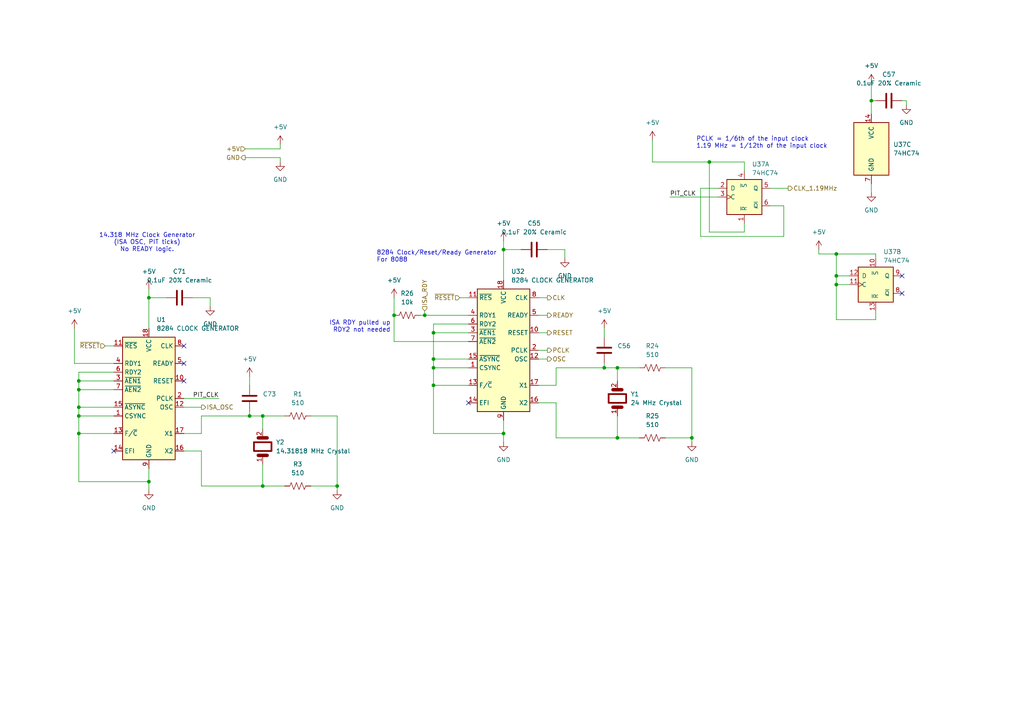
<source format=kicad_sch>
(kicad_sch
	(version 20231120)
	(generator "eeschema")
	(generator_version "8.0")
	(uuid "9644ec2a-5b3e-49e7-8a8b-86f0e6812620")
	(paper "A4")
	(lib_symbols
		(symbol "74xx:74HC74"
			(pin_names
				(offset 1.016)
			)
			(exclude_from_sim no)
			(in_bom yes)
			(on_board yes)
			(property "Reference" "U"
				(at -7.62 8.89 0)
				(effects
					(font
						(size 1.27 1.27)
					)
				)
			)
			(property "Value" "74HC74"
				(at -7.62 -8.89 0)
				(effects
					(font
						(size 1.27 1.27)
					)
				)
			)
			(property "Footprint" ""
				(at 0 0 0)
				(effects
					(font
						(size 1.27 1.27)
					)
					(hide yes)
				)
			)
			(property "Datasheet" "74xx/74hc_hct74.pdf"
				(at 0 0 0)
				(effects
					(font
						(size 1.27 1.27)
					)
					(hide yes)
				)
			)
			(property "Description" "Dual D Flip-flop, Set & Reset"
				(at 0 0 0)
				(effects
					(font
						(size 1.27 1.27)
					)
					(hide yes)
				)
			)
			(property "ki_locked" ""
				(at 0 0 0)
				(effects
					(font
						(size 1.27 1.27)
					)
				)
			)
			(property "ki_keywords" "TTL DFF"
				(at 0 0 0)
				(effects
					(font
						(size 1.27 1.27)
					)
					(hide yes)
				)
			)
			(property "ki_fp_filters" "DIP*W7.62mm*"
				(at 0 0 0)
				(effects
					(font
						(size 1.27 1.27)
					)
					(hide yes)
				)
			)
			(symbol "74HC74_1_0"
				(pin input line
					(at 0 -7.62 90)
					(length 2.54)
					(name "~{R}"
						(effects
							(font
								(size 1.27 1.27)
							)
						)
					)
					(number "1"
						(effects
							(font
								(size 1.27 1.27)
							)
						)
					)
				)
				(pin input line
					(at -7.62 2.54 0)
					(length 2.54)
					(name "D"
						(effects
							(font
								(size 1.27 1.27)
							)
						)
					)
					(number "2"
						(effects
							(font
								(size 1.27 1.27)
							)
						)
					)
				)
				(pin input clock
					(at -7.62 0 0)
					(length 2.54)
					(name "C"
						(effects
							(font
								(size 1.27 1.27)
							)
						)
					)
					(number "3"
						(effects
							(font
								(size 1.27 1.27)
							)
						)
					)
				)
				(pin input line
					(at 0 7.62 270)
					(length 2.54)
					(name "~{S}"
						(effects
							(font
								(size 1.27 1.27)
							)
						)
					)
					(number "4"
						(effects
							(font
								(size 1.27 1.27)
							)
						)
					)
				)
				(pin output line
					(at 7.62 2.54 180)
					(length 2.54)
					(name "Q"
						(effects
							(font
								(size 1.27 1.27)
							)
						)
					)
					(number "5"
						(effects
							(font
								(size 1.27 1.27)
							)
						)
					)
				)
				(pin output line
					(at 7.62 -2.54 180)
					(length 2.54)
					(name "~{Q}"
						(effects
							(font
								(size 1.27 1.27)
							)
						)
					)
					(number "6"
						(effects
							(font
								(size 1.27 1.27)
							)
						)
					)
				)
			)
			(symbol "74HC74_1_1"
				(rectangle
					(start -5.08 5.08)
					(end 5.08 -5.08)
					(stroke
						(width 0.254)
						(type default)
					)
					(fill
						(type background)
					)
				)
			)
			(symbol "74HC74_2_0"
				(pin input line
					(at 0 7.62 270)
					(length 2.54)
					(name "~{S}"
						(effects
							(font
								(size 1.27 1.27)
							)
						)
					)
					(number "10"
						(effects
							(font
								(size 1.27 1.27)
							)
						)
					)
				)
				(pin input clock
					(at -7.62 0 0)
					(length 2.54)
					(name "C"
						(effects
							(font
								(size 1.27 1.27)
							)
						)
					)
					(number "11"
						(effects
							(font
								(size 1.27 1.27)
							)
						)
					)
				)
				(pin input line
					(at -7.62 2.54 0)
					(length 2.54)
					(name "D"
						(effects
							(font
								(size 1.27 1.27)
							)
						)
					)
					(number "12"
						(effects
							(font
								(size 1.27 1.27)
							)
						)
					)
				)
				(pin input line
					(at 0 -7.62 90)
					(length 2.54)
					(name "~{R}"
						(effects
							(font
								(size 1.27 1.27)
							)
						)
					)
					(number "13"
						(effects
							(font
								(size 1.27 1.27)
							)
						)
					)
				)
				(pin output line
					(at 7.62 -2.54 180)
					(length 2.54)
					(name "~{Q}"
						(effects
							(font
								(size 1.27 1.27)
							)
						)
					)
					(number "8"
						(effects
							(font
								(size 1.27 1.27)
							)
						)
					)
				)
				(pin output line
					(at 7.62 2.54 180)
					(length 2.54)
					(name "Q"
						(effects
							(font
								(size 1.27 1.27)
							)
						)
					)
					(number "9"
						(effects
							(font
								(size 1.27 1.27)
							)
						)
					)
				)
			)
			(symbol "74HC74_2_1"
				(rectangle
					(start -5.08 5.08)
					(end 5.08 -5.08)
					(stroke
						(width 0.254)
						(type default)
					)
					(fill
						(type background)
					)
				)
			)
			(symbol "74HC74_3_0"
				(pin power_in line
					(at 0 10.16 270)
					(length 2.54)
					(name "VCC"
						(effects
							(font
								(size 1.27 1.27)
							)
						)
					)
					(number "14"
						(effects
							(font
								(size 1.27 1.27)
							)
						)
					)
				)
				(pin power_in line
					(at 0 -10.16 90)
					(length 2.54)
					(name "GND"
						(effects
							(font
								(size 1.27 1.27)
							)
						)
					)
					(number "7"
						(effects
							(font
								(size 1.27 1.27)
							)
						)
					)
				)
			)
			(symbol "74HC74_3_1"
				(rectangle
					(start -5.08 7.62)
					(end 5.08 -7.62)
					(stroke
						(width 0.254)
						(type default)
					)
					(fill
						(type background)
					)
				)
			)
		)
		(symbol "Device:C"
			(pin_numbers hide)
			(pin_names
				(offset 0.254)
			)
			(exclude_from_sim no)
			(in_bom yes)
			(on_board yes)
			(property "Reference" "C"
				(at 0.635 2.54 0)
				(effects
					(font
						(size 1.27 1.27)
					)
					(justify left)
				)
			)
			(property "Value" "C"
				(at 0.635 -2.54 0)
				(effects
					(font
						(size 1.27 1.27)
					)
					(justify left)
				)
			)
			(property "Footprint" ""
				(at 0.9652 -3.81 0)
				(effects
					(font
						(size 1.27 1.27)
					)
					(hide yes)
				)
			)
			(property "Datasheet" "~"
				(at 0 0 0)
				(effects
					(font
						(size 1.27 1.27)
					)
					(hide yes)
				)
			)
			(property "Description" "Unpolarized capacitor"
				(at 0 0 0)
				(effects
					(font
						(size 1.27 1.27)
					)
					(hide yes)
				)
			)
			(property "ki_keywords" "cap capacitor"
				(at 0 0 0)
				(effects
					(font
						(size 1.27 1.27)
					)
					(hide yes)
				)
			)
			(property "ki_fp_filters" "C_*"
				(at 0 0 0)
				(effects
					(font
						(size 1.27 1.27)
					)
					(hide yes)
				)
			)
			(symbol "C_0_1"
				(polyline
					(pts
						(xy -2.032 -0.762) (xy 2.032 -0.762)
					)
					(stroke
						(width 0.508)
						(type default)
					)
					(fill
						(type none)
					)
				)
				(polyline
					(pts
						(xy -2.032 0.762) (xy 2.032 0.762)
					)
					(stroke
						(width 0.508)
						(type default)
					)
					(fill
						(type none)
					)
				)
			)
			(symbol "C_1_1"
				(pin passive line
					(at 0 3.81 270)
					(length 2.794)
					(name "~"
						(effects
							(font
								(size 1.27 1.27)
							)
						)
					)
					(number "1"
						(effects
							(font
								(size 1.27 1.27)
							)
						)
					)
				)
				(pin passive line
					(at 0 -3.81 90)
					(length 2.794)
					(name "~"
						(effects
							(font
								(size 1.27 1.27)
							)
						)
					)
					(number "2"
						(effects
							(font
								(size 1.27 1.27)
							)
						)
					)
				)
			)
		)
		(symbol "Device:R_US"
			(pin_numbers hide)
			(pin_names
				(offset 0)
			)
			(exclude_from_sim no)
			(in_bom yes)
			(on_board yes)
			(property "Reference" "R"
				(at 2.54 0 90)
				(effects
					(font
						(size 1.27 1.27)
					)
				)
			)
			(property "Value" "R_US"
				(at -2.54 0 90)
				(effects
					(font
						(size 1.27 1.27)
					)
				)
			)
			(property "Footprint" ""
				(at 1.016 -0.254 90)
				(effects
					(font
						(size 1.27 1.27)
					)
					(hide yes)
				)
			)
			(property "Datasheet" "~"
				(at 0 0 0)
				(effects
					(font
						(size 1.27 1.27)
					)
					(hide yes)
				)
			)
			(property "Description" "Resistor, US symbol"
				(at 0 0 0)
				(effects
					(font
						(size 1.27 1.27)
					)
					(hide yes)
				)
			)
			(property "ki_keywords" "R res resistor"
				(at 0 0 0)
				(effects
					(font
						(size 1.27 1.27)
					)
					(hide yes)
				)
			)
			(property "ki_fp_filters" "R_*"
				(at 0 0 0)
				(effects
					(font
						(size 1.27 1.27)
					)
					(hide yes)
				)
			)
			(symbol "R_US_0_1"
				(polyline
					(pts
						(xy 0 -2.286) (xy 0 -2.54)
					)
					(stroke
						(width 0)
						(type default)
					)
					(fill
						(type none)
					)
				)
				(polyline
					(pts
						(xy 0 2.286) (xy 0 2.54)
					)
					(stroke
						(width 0)
						(type default)
					)
					(fill
						(type none)
					)
				)
				(polyline
					(pts
						(xy 0 -0.762) (xy 1.016 -1.143) (xy 0 -1.524) (xy -1.016 -1.905) (xy 0 -2.286)
					)
					(stroke
						(width 0)
						(type default)
					)
					(fill
						(type none)
					)
				)
				(polyline
					(pts
						(xy 0 0.762) (xy 1.016 0.381) (xy 0 0) (xy -1.016 -0.381) (xy 0 -0.762)
					)
					(stroke
						(width 0)
						(type default)
					)
					(fill
						(type none)
					)
				)
				(polyline
					(pts
						(xy 0 2.286) (xy 1.016 1.905) (xy 0 1.524) (xy -1.016 1.143) (xy 0 0.762)
					)
					(stroke
						(width 0)
						(type default)
					)
					(fill
						(type none)
					)
				)
			)
			(symbol "R_US_1_1"
				(pin passive line
					(at 0 3.81 270)
					(length 1.27)
					(name "~"
						(effects
							(font
								(size 1.27 1.27)
							)
						)
					)
					(number "1"
						(effects
							(font
								(size 1.27 1.27)
							)
						)
					)
				)
				(pin passive line
					(at 0 -3.81 90)
					(length 1.27)
					(name "~"
						(effects
							(font
								(size 1.27 1.27)
							)
						)
					)
					(number "2"
						(effects
							(font
								(size 1.27 1.27)
							)
						)
					)
				)
			)
		)
		(symbol "PCM_SL_Devices:Crystal_24MHz"
			(exclude_from_sim no)
			(in_bom yes)
			(on_board yes)
			(property "Reference" "Y"
				(at 0 7.62 0)
				(effects
					(font
						(size 1.27 1.27)
					)
				)
			)
			(property "Value" "Crystal_24MHz"
				(at 0 5.08 0)
				(effects
					(font
						(size 1.27 1.27)
					)
				)
			)
			(property "Footprint" "Crystal:Crystal_HC49-4H_Vertical"
				(at 0 -3.81 0)
				(effects
					(font
						(size 1.27 1.27)
					)
					(hide yes)
				)
			)
			(property "Datasheet" ""
				(at 0 1.27 0)
				(effects
					(font
						(size 1.27 1.27)
					)
					(hide yes)
				)
			)
			(property "Description" "24Mz Crystal"
				(at 0 0 0)
				(effects
					(font
						(size 1.27 1.27)
					)
					(hide yes)
				)
			)
			(property "ki_keywords" "24Mz Crystal"
				(at 0 0 0)
				(effects
					(font
						(size 1.27 1.27)
					)
					(hide yes)
				)
			)
			(symbol "Crystal_24MHz_0_1"
				(rectangle
					(start -1.27 2.54)
					(end 1.27 -2.54)
					(stroke
						(width 0.5)
						(type default)
					)
					(fill
						(type none)
					)
				)
				(polyline
					(pts
						(xy -2.54 1.27) (xy -2.54 -1.27)
					)
					(stroke
						(width 1)
						(type default)
					)
					(fill
						(type none)
					)
				)
				(polyline
					(pts
						(xy 2.54 1.27) (xy 2.54 -1.27)
					)
					(stroke
						(width 1)
						(type default)
					)
					(fill
						(type none)
					)
				)
			)
			(symbol "Crystal_24MHz_1_1"
				(pin passive line
					(at -5.08 0 0)
					(length 2.54)
					(name ""
						(effects
							(font
								(size 1.27 1.27)
							)
						)
					)
					(number "1"
						(effects
							(font
								(size 1.27 1.27)
							)
						)
					)
				)
				(pin passive line
					(at 5.08 0 180)
					(length 2.54)
					(name ""
						(effects
							(font
								(size 1.27 1.27)
							)
						)
					)
					(number "2"
						(effects
							(font
								(size 1.27 1.27)
							)
						)
					)
				)
			)
		)
		(symbol "Timer:8284"
			(exclude_from_sim no)
			(in_bom yes)
			(on_board yes)
			(property "Reference" "U"
				(at -3.81 19.05 0)
				(effects
					(font
						(size 1.27 1.27)
					)
					(justify right)
				)
			)
			(property "Value" "8284"
				(at 2.54 19.05 0)
				(effects
					(font
						(size 1.27 1.27)
					)
					(justify left)
				)
			)
			(property "Footprint" "Package_DIP:DIP-18_W7.62mm"
				(at 0 0 0)
				(effects
					(font
						(size 1.27 1.27)
						(italic yes)
					)
					(hide yes)
				)
			)
			(property "Datasheet" "http://www.cpu-galaxy.at/cpu/ram%20rom%20eprom/other_intel_chips/other_intel-Dateien/D8284A_Datasheet.pdf"
				(at 0 0 0)
				(effects
					(font
						(size 1.27 1.27)
					)
					(hide yes)
				)
			)
			(property "Description" "Clock Generator and Driver for i8086/88 Microcontrollers, PDIP-18"
				(at 0 0 0)
				(effects
					(font
						(size 1.27 1.27)
					)
					(hide yes)
				)
			)
			(property "ki_keywords" "Clock Generator"
				(at 0 0 0)
				(effects
					(font
						(size 1.27 1.27)
					)
					(hide yes)
				)
			)
			(property "ki_fp_filters" "DIP*W7.62mm*"
				(at 0 0 0)
				(effects
					(font
						(size 1.27 1.27)
					)
					(hide yes)
				)
			)
			(symbol "8284_0_0"
				(rectangle
					(start -7.62 -17.78)
					(end 7.62 17.78)
					(stroke
						(width 0.254)
						(type default)
					)
					(fill
						(type background)
					)
				)
			)
			(symbol "8284_1_1"
				(pin input line
					(at -10.16 -5.08 0)
					(length 2.54)
					(name "CSYNC"
						(effects
							(font
								(size 1.27 1.27)
							)
						)
					)
					(number "1"
						(effects
							(font
								(size 1.27 1.27)
							)
						)
					)
				)
				(pin output line
					(at 10.16 5.08 180)
					(length 2.54)
					(name "RESET"
						(effects
							(font
								(size 1.27 1.27)
							)
						)
					)
					(number "10"
						(effects
							(font
								(size 1.27 1.27)
							)
						)
					)
				)
				(pin input line
					(at -10.16 15.24 0)
					(length 2.54)
					(name "~{RES}"
						(effects
							(font
								(size 1.27 1.27)
							)
						)
					)
					(number "11"
						(effects
							(font
								(size 1.27 1.27)
							)
						)
					)
				)
				(pin output line
					(at 10.16 -2.54 180)
					(length 2.54)
					(name "OSC"
						(effects
							(font
								(size 1.27 1.27)
							)
						)
					)
					(number "12"
						(effects
							(font
								(size 1.27 1.27)
							)
						)
					)
				)
				(pin input line
					(at -10.16 -10.16 0)
					(length 2.54)
					(name "F/~{C}"
						(effects
							(font
								(size 1.27 1.27)
							)
						)
					)
					(number "13"
						(effects
							(font
								(size 1.27 1.27)
							)
						)
					)
				)
				(pin input line
					(at -10.16 -15.24 0)
					(length 2.54)
					(name "EFI"
						(effects
							(font
								(size 1.27 1.27)
							)
						)
					)
					(number "14"
						(effects
							(font
								(size 1.27 1.27)
							)
						)
					)
				)
				(pin input line
					(at -10.16 -2.54 0)
					(length 2.54)
					(name "~{ASYNC}"
						(effects
							(font
								(size 1.27 1.27)
							)
						)
					)
					(number "15"
						(effects
							(font
								(size 1.27 1.27)
							)
						)
					)
				)
				(pin output line
					(at 10.16 -15.24 180)
					(length 2.54)
					(name "X2"
						(effects
							(font
								(size 1.27 1.27)
							)
						)
					)
					(number "16"
						(effects
							(font
								(size 1.27 1.27)
							)
						)
					)
				)
				(pin input line
					(at 10.16 -10.16 180)
					(length 2.54)
					(name "X1"
						(effects
							(font
								(size 1.27 1.27)
							)
						)
					)
					(number "17"
						(effects
							(font
								(size 1.27 1.27)
							)
						)
					)
				)
				(pin power_in line
					(at 0 20.32 270)
					(length 2.54)
					(name "VCC"
						(effects
							(font
								(size 1.27 1.27)
							)
						)
					)
					(number "18"
						(effects
							(font
								(size 1.27 1.27)
							)
						)
					)
				)
				(pin output line
					(at 10.16 0 180)
					(length 2.54)
					(name "PCLK"
						(effects
							(font
								(size 1.27 1.27)
							)
						)
					)
					(number "2"
						(effects
							(font
								(size 1.27 1.27)
							)
						)
					)
				)
				(pin input line
					(at -10.16 5.08 0)
					(length 2.54)
					(name "~{AEN1}"
						(effects
							(font
								(size 1.27 1.27)
							)
						)
					)
					(number "3"
						(effects
							(font
								(size 1.27 1.27)
							)
						)
					)
				)
				(pin input line
					(at -10.16 10.16 0)
					(length 2.54)
					(name "RDY1"
						(effects
							(font
								(size 1.27 1.27)
							)
						)
					)
					(number "4"
						(effects
							(font
								(size 1.27 1.27)
							)
						)
					)
				)
				(pin output line
					(at 10.16 10.16 180)
					(length 2.54)
					(name "READY"
						(effects
							(font
								(size 1.27 1.27)
							)
						)
					)
					(number "5"
						(effects
							(font
								(size 1.27 1.27)
							)
						)
					)
				)
				(pin input line
					(at -10.16 7.62 0)
					(length 2.54)
					(name "RDY2"
						(effects
							(font
								(size 1.27 1.27)
							)
						)
					)
					(number "6"
						(effects
							(font
								(size 1.27 1.27)
							)
						)
					)
				)
				(pin input line
					(at -10.16 2.54 0)
					(length 2.54)
					(name "~{AEN2}"
						(effects
							(font
								(size 1.27 1.27)
							)
						)
					)
					(number "7"
						(effects
							(font
								(size 1.27 1.27)
							)
						)
					)
				)
				(pin output line
					(at 10.16 15.24 180)
					(length 2.54)
					(name "CLK"
						(effects
							(font
								(size 1.27 1.27)
							)
						)
					)
					(number "8"
						(effects
							(font
								(size 1.27 1.27)
							)
						)
					)
				)
				(pin power_in line
					(at 0 -20.32 90)
					(length 2.54)
					(name "GND"
						(effects
							(font
								(size 1.27 1.27)
							)
						)
					)
					(number "9"
						(effects
							(font
								(size 1.27 1.27)
							)
						)
					)
				)
			)
		)
		(symbol "power:+5V"
			(power)
			(pin_names
				(offset 0)
			)
			(exclude_from_sim no)
			(in_bom yes)
			(on_board yes)
			(property "Reference" "#PWR"
				(at 0 -3.81 0)
				(effects
					(font
						(size 1.27 1.27)
					)
					(hide yes)
				)
			)
			(property "Value" "+5V"
				(at 0 3.556 0)
				(effects
					(font
						(size 1.27 1.27)
					)
				)
			)
			(property "Footprint" ""
				(at 0 0 0)
				(effects
					(font
						(size 1.27 1.27)
					)
					(hide yes)
				)
			)
			(property "Datasheet" ""
				(at 0 0 0)
				(effects
					(font
						(size 1.27 1.27)
					)
					(hide yes)
				)
			)
			(property "Description" "Power symbol creates a global label with name \"+5V\""
				(at 0 0 0)
				(effects
					(font
						(size 1.27 1.27)
					)
					(hide yes)
				)
			)
			(property "ki_keywords" "global power"
				(at 0 0 0)
				(effects
					(font
						(size 1.27 1.27)
					)
					(hide yes)
				)
			)
			(symbol "+5V_0_1"
				(polyline
					(pts
						(xy -0.762 1.27) (xy 0 2.54)
					)
					(stroke
						(width 0)
						(type default)
					)
					(fill
						(type none)
					)
				)
				(polyline
					(pts
						(xy 0 0) (xy 0 2.54)
					)
					(stroke
						(width 0)
						(type default)
					)
					(fill
						(type none)
					)
				)
				(polyline
					(pts
						(xy 0 2.54) (xy 0.762 1.27)
					)
					(stroke
						(width 0)
						(type default)
					)
					(fill
						(type none)
					)
				)
			)
			(symbol "+5V_1_1"
				(pin power_in line
					(at 0 0 90)
					(length 0) hide
					(name "+5V"
						(effects
							(font
								(size 1.27 1.27)
							)
						)
					)
					(number "1"
						(effects
							(font
								(size 1.27 1.27)
							)
						)
					)
				)
			)
		)
		(symbol "power:GND"
			(power)
			(pin_names
				(offset 0)
			)
			(exclude_from_sim no)
			(in_bom yes)
			(on_board yes)
			(property "Reference" "#PWR"
				(at 0 -6.35 0)
				(effects
					(font
						(size 1.27 1.27)
					)
					(hide yes)
				)
			)
			(property "Value" "GND"
				(at 0 -3.81 0)
				(effects
					(font
						(size 1.27 1.27)
					)
				)
			)
			(property "Footprint" ""
				(at 0 0 0)
				(effects
					(font
						(size 1.27 1.27)
					)
					(hide yes)
				)
			)
			(property "Datasheet" ""
				(at 0 0 0)
				(effects
					(font
						(size 1.27 1.27)
					)
					(hide yes)
				)
			)
			(property "Description" "Power symbol creates a global label with name \"GND\" , ground"
				(at 0 0 0)
				(effects
					(font
						(size 1.27 1.27)
					)
					(hide yes)
				)
			)
			(property "ki_keywords" "global power"
				(at 0 0 0)
				(effects
					(font
						(size 1.27 1.27)
					)
					(hide yes)
				)
			)
			(symbol "GND_0_1"
				(polyline
					(pts
						(xy 0 0) (xy 0 -1.27) (xy 1.27 -1.27) (xy 0 -2.54) (xy -1.27 -1.27) (xy 0 -1.27)
					)
					(stroke
						(width 0)
						(type default)
					)
					(fill
						(type none)
					)
				)
			)
			(symbol "GND_1_1"
				(pin power_in line
					(at 0 0 270)
					(length 0) hide
					(name "GND"
						(effects
							(font
								(size 1.27 1.27)
							)
						)
					)
					(number "1"
						(effects
							(font
								(size 1.27 1.27)
							)
						)
					)
				)
			)
		)
	)
	(junction
		(at 242.57 80.01)
		(diameter 0)
		(color 0 0 0 0)
		(uuid "29fbb771-f41b-48ae-a298-ab1e139ff9f7")
	)
	(junction
		(at 76.2 140.97)
		(diameter 0)
		(color 0 0 0 0)
		(uuid "2f59429a-09c1-458f-89fb-545d23cb9230")
	)
	(junction
		(at 72.39 120.65)
		(diameter 0)
		(color 0 0 0 0)
		(uuid "39b93e81-c057-478c-9780-1358f4558670")
	)
	(junction
		(at 179.07 127)
		(diameter 0)
		(color 0 0 0 0)
		(uuid "3bab08b3-48db-4ce3-9964-c1959d565287")
	)
	(junction
		(at 242.57 82.55)
		(diameter 0)
		(color 0 0 0 0)
		(uuid "3eb63262-dd32-4dab-8edf-35801e2c2ac8")
	)
	(junction
		(at 146.05 125.73)
		(diameter 0)
		(color 0 0 0 0)
		(uuid "4360cf6c-df34-417a-b8f0-c51e3c5baefc")
	)
	(junction
		(at 22.86 120.65)
		(diameter 0)
		(color 0 0 0 0)
		(uuid "4400ec71-d087-4dda-b478-450f0a531e8d")
	)
	(junction
		(at 76.2 120.65)
		(diameter 0)
		(color 0 0 0 0)
		(uuid "56b4685f-c733-4123-858b-db7a98d7336a")
	)
	(junction
		(at 114.3 91.44)
		(diameter 0)
		(color 0 0 0 0)
		(uuid "6d25d242-6f07-4a28-8219-b3af3efc0763")
	)
	(junction
		(at 43.18 86.36)
		(diameter 0)
		(color 0 0 0 0)
		(uuid "6d57448f-dc2e-413c-8bb2-ab70cb72705b")
	)
	(junction
		(at 125.73 106.68)
		(diameter 0)
		(color 0 0 0 0)
		(uuid "701ac743-cbe1-4933-a459-c4486947a674")
	)
	(junction
		(at 125.73 104.14)
		(diameter 0)
		(color 0 0 0 0)
		(uuid "74d48e1e-4ad7-4c31-98a0-4727050a9df2")
	)
	(junction
		(at 242.57 73.66)
		(diameter 0)
		(color 0 0 0 0)
		(uuid "76c7f422-9fba-48f0-936b-030d21c3ffcd")
	)
	(junction
		(at 22.86 125.73)
		(diameter 0)
		(color 0 0 0 0)
		(uuid "78e74253-25f9-417d-90b1-c9ba16413894")
	)
	(junction
		(at 22.86 118.11)
		(diameter 0)
		(color 0 0 0 0)
		(uuid "7fb3703e-de17-4b20-b2eb-19c9ae8ae994")
	)
	(junction
		(at 125.73 96.52)
		(diameter 0)
		(color 0 0 0 0)
		(uuid "87e2e4f0-55d7-4ef7-9cf6-48fe24f2e969")
	)
	(junction
		(at 22.86 113.03)
		(diameter 0)
		(color 0 0 0 0)
		(uuid "a65c844f-24e1-4198-b999-027602b460c8")
	)
	(junction
		(at 22.86 110.49)
		(diameter 0)
		(color 0 0 0 0)
		(uuid "b849fde1-9ca4-4f21-b157-92813ca680c5")
	)
	(junction
		(at 252.73 29.21)
		(diameter 0)
		(color 0 0 0 0)
		(uuid "b95e61fc-e0f5-4b31-b87f-c38305e18cac")
	)
	(junction
		(at 146.05 72.39)
		(diameter 0)
		(color 0 0 0 0)
		(uuid "bd49a419-2641-460b-96c6-3115c90fada2")
	)
	(junction
		(at 43.18 139.7)
		(diameter 0)
		(color 0 0 0 0)
		(uuid "c3423c68-2d78-4d41-bf1c-a31ea25a08ca")
	)
	(junction
		(at 175.26 106.68)
		(diameter 0)
		(color 0 0 0 0)
		(uuid "c3871ad2-87b2-42c1-96d3-8736b7e2209e")
	)
	(junction
		(at 123.19 91.44)
		(diameter 0)
		(color 0 0 0 0)
		(uuid "c6ca36c5-a65a-431b-ab0f-897618cf7752")
	)
	(junction
		(at 205.74 46.99)
		(diameter 0)
		(color 0 0 0 0)
		(uuid "cd442b8a-d981-4a34-9037-9da6baee6aca")
	)
	(junction
		(at 179.07 106.68)
		(diameter 0)
		(color 0 0 0 0)
		(uuid "de7149aa-bd88-4aa9-8754-f9236fa2833f")
	)
	(junction
		(at 200.66 127)
		(diameter 0)
		(color 0 0 0 0)
		(uuid "dec8b83d-f60f-4ccb-94a3-98f3d620e27b")
	)
	(junction
		(at 125.73 111.76)
		(diameter 0)
		(color 0 0 0 0)
		(uuid "eb214fe5-3974-4d4e-85d0-1feea85866e7")
	)
	(junction
		(at 97.79 140.97)
		(diameter 0)
		(color 0 0 0 0)
		(uuid "f896925e-43b7-403c-83b7-86161039a482")
	)
	(no_connect
		(at 53.34 100.33)
		(uuid "404c95d5-f6c1-48f4-822a-104c6182f4f4")
	)
	(no_connect
		(at 261.62 85.09)
		(uuid "55a03894-5e2b-4086-b45f-a3936d83fd2a")
	)
	(no_connect
		(at 53.34 110.49)
		(uuid "63a1b163-1130-4b4a-ab40-1637c3ac64aa")
	)
	(no_connect
		(at 261.62 80.01)
		(uuid "9036f7c9-ce53-4c1f-865e-1db085cef282")
	)
	(no_connect
		(at 53.34 105.41)
		(uuid "9d6ddbf7-3918-4030-8678-409ed7bd3307")
	)
	(no_connect
		(at 33.02 130.81)
		(uuid "d8fdf8fe-8d22-4f22-90fe-c4801464aff6")
	)
	(no_connect
		(at 135.89 116.84)
		(uuid "e8dd8f13-78bf-4121-acb4-43c617ad7733")
	)
	(wire
		(pts
			(xy 215.9 64.77) (xy 215.9 67.31)
		)
		(stroke
			(width 0)
			(type default)
		)
		(uuid "03f1e526-6577-474a-a11a-04c863a3ca1c")
	)
	(wire
		(pts
			(xy 81.28 45.72) (xy 81.28 46.99)
		)
		(stroke
			(width 0)
			(type default)
		)
		(uuid "04bfbe3f-85dd-4f5e-add7-47d91614d9c3")
	)
	(wire
		(pts
			(xy 53.34 115.57) (xy 63.5 115.57)
		)
		(stroke
			(width 0)
			(type default)
		)
		(uuid "084c9d6d-fcde-4791-a9e6-e564b6b860be")
	)
	(wire
		(pts
			(xy 242.57 80.01) (xy 242.57 82.55)
		)
		(stroke
			(width 0)
			(type default)
		)
		(uuid "0981271f-b4a1-477c-9369-83486b51186a")
	)
	(wire
		(pts
			(xy 161.29 127) (xy 179.07 127)
		)
		(stroke
			(width 0)
			(type default)
		)
		(uuid "0bc716da-1fe0-483f-bd5a-b81d454ea436")
	)
	(wire
		(pts
			(xy 135.89 106.68) (xy 125.73 106.68)
		)
		(stroke
			(width 0)
			(type default)
		)
		(uuid "0db09d09-0dc9-40d1-8b17-94aa6774633b")
	)
	(wire
		(pts
			(xy 156.21 104.14) (xy 158.75 104.14)
		)
		(stroke
			(width 0)
			(type default)
		)
		(uuid "0fb807d1-7c9b-4953-9d4c-b84cb8f255a3")
	)
	(wire
		(pts
			(xy 43.18 83.82) (xy 43.18 86.36)
		)
		(stroke
			(width 0)
			(type default)
		)
		(uuid "105d068f-dcd7-4434-88f4-0e0947772593")
	)
	(wire
		(pts
			(xy 114.3 86.36) (xy 114.3 91.44)
		)
		(stroke
			(width 0)
			(type default)
		)
		(uuid "10df7009-fc19-4160-9473-74b9cd44c510")
	)
	(wire
		(pts
			(xy 121.92 91.44) (xy 123.19 91.44)
		)
		(stroke
			(width 0)
			(type default)
		)
		(uuid "112882f8-8c4e-4869-bdce-8850f14cd9cb")
	)
	(wire
		(pts
			(xy 254 73.66) (xy 242.57 73.66)
		)
		(stroke
			(width 0)
			(type default)
		)
		(uuid "1158b07f-96da-47c5-8dc1-b910a8a38624")
	)
	(wire
		(pts
			(xy 156.21 96.52) (xy 158.75 96.52)
		)
		(stroke
			(width 0)
			(type default)
		)
		(uuid "19a2046c-02b9-4eeb-874d-58b10a1317d3")
	)
	(wire
		(pts
			(xy 53.34 118.11) (xy 58.42 118.11)
		)
		(stroke
			(width 0)
			(type default)
		)
		(uuid "19ed3781-306a-4f0c-8d45-603bc47182e7")
	)
	(wire
		(pts
			(xy 175.26 105.41) (xy 175.26 106.68)
		)
		(stroke
			(width 0)
			(type default)
		)
		(uuid "1bc85d52-9d28-4cb4-bf98-12664b5e3570")
	)
	(wire
		(pts
			(xy 135.89 93.98) (xy 125.73 93.98)
		)
		(stroke
			(width 0)
			(type default)
		)
		(uuid "1f2dbf8f-f14f-41d9-a649-e6e22c122cee")
	)
	(wire
		(pts
			(xy 252.73 24.13) (xy 252.73 29.21)
		)
		(stroke
			(width 0)
			(type default)
		)
		(uuid "24bda0e5-5e93-4798-bcba-58082cc0b578")
	)
	(wire
		(pts
			(xy 125.73 111.76) (xy 125.73 125.73)
		)
		(stroke
			(width 0)
			(type default)
		)
		(uuid "25119d5f-e250-4a3d-ae00-b7530fbfe35a")
	)
	(wire
		(pts
			(xy 58.42 140.97) (xy 76.2 140.97)
		)
		(stroke
			(width 0)
			(type default)
		)
		(uuid "26f0569a-7c62-4cf7-abb9-db79c5779477")
	)
	(wire
		(pts
			(xy 146.05 69.85) (xy 146.05 72.39)
		)
		(stroke
			(width 0)
			(type default)
		)
		(uuid "28744f4d-b630-40bf-8393-cadab8b611a9")
	)
	(wire
		(pts
			(xy 58.42 120.65) (xy 72.39 120.65)
		)
		(stroke
			(width 0)
			(type default)
		)
		(uuid "28caa933-ddc0-4215-bc4e-277c58e282e7")
	)
	(wire
		(pts
			(xy 161.29 106.68) (xy 175.26 106.68)
		)
		(stroke
			(width 0)
			(type default)
		)
		(uuid "3040a184-c259-4dd0-a7e1-6474e234c5cc")
	)
	(wire
		(pts
			(xy 203.2 54.61) (xy 208.28 54.61)
		)
		(stroke
			(width 0)
			(type default)
		)
		(uuid "312fb130-4005-41c1-b07c-7124ca5e2d5a")
	)
	(wire
		(pts
			(xy 58.42 125.73) (xy 58.42 120.65)
		)
		(stroke
			(width 0)
			(type default)
		)
		(uuid "3310b243-deda-42ca-a93c-3e8222a6d157")
	)
	(wire
		(pts
			(xy 189.23 40.64) (xy 189.23 46.99)
		)
		(stroke
			(width 0)
			(type default)
		)
		(uuid "344f9344-a5cd-4bd9-ac55-9975fdfb49f1")
	)
	(wire
		(pts
			(xy 21.59 105.41) (xy 21.59 95.25)
		)
		(stroke
			(width 0)
			(type default)
		)
		(uuid "3499a95f-e491-4976-ba1a-7b0907604336")
	)
	(wire
		(pts
			(xy 175.26 106.68) (xy 179.07 106.68)
		)
		(stroke
			(width 0)
			(type default)
		)
		(uuid "365eccbb-f03c-4ec7-9f3c-c0f345781738")
	)
	(wire
		(pts
			(xy 203.2 68.58) (xy 203.2 54.61)
		)
		(stroke
			(width 0)
			(type default)
		)
		(uuid "3ac5991f-7a3f-4658-8f4b-f9425931e5e6")
	)
	(wire
		(pts
			(xy 242.57 80.01) (xy 246.38 80.01)
		)
		(stroke
			(width 0)
			(type default)
		)
		(uuid "3c019c3e-dcbf-4ade-93b4-6cb682183f66")
	)
	(wire
		(pts
			(xy 135.89 99.06) (xy 114.3 99.06)
		)
		(stroke
			(width 0)
			(type default)
		)
		(uuid "3c7d9af9-84a2-4d53-8c3b-5cd591c28725")
	)
	(wire
		(pts
			(xy 156.21 101.6) (xy 158.75 101.6)
		)
		(stroke
			(width 0)
			(type default)
		)
		(uuid "3f75995d-0dcb-4bc1-b300-58f46cb5255c")
	)
	(wire
		(pts
			(xy 76.2 134.62) (xy 76.2 140.97)
		)
		(stroke
			(width 0)
			(type default)
		)
		(uuid "47a3ba51-7ee8-49be-9f95-00fac5f41a8c")
	)
	(wire
		(pts
			(xy 22.86 110.49) (xy 22.86 113.03)
		)
		(stroke
			(width 0)
			(type default)
		)
		(uuid "4a40f4fc-3ffd-4dfa-a34b-666d4029d4c5")
	)
	(wire
		(pts
			(xy 22.86 113.03) (xy 22.86 118.11)
		)
		(stroke
			(width 0)
			(type default)
		)
		(uuid "4a4d750c-3b3b-4e8f-908f-5267f0c4287c")
	)
	(wire
		(pts
			(xy 161.29 116.84) (xy 161.29 127)
		)
		(stroke
			(width 0)
			(type default)
		)
		(uuid "4b015d2e-a767-40d7-867b-3e1d4955158e")
	)
	(wire
		(pts
			(xy 22.86 125.73) (xy 22.86 139.7)
		)
		(stroke
			(width 0)
			(type default)
		)
		(uuid "4bbf322c-5bbe-450a-ad2b-7ece95f5504d")
	)
	(wire
		(pts
			(xy 223.52 59.69) (xy 227.33 59.69)
		)
		(stroke
			(width 0)
			(type default)
		)
		(uuid "4d19e20e-dc60-48a5-993d-d0c532fcd9c3")
	)
	(wire
		(pts
			(xy 215.9 49.53) (xy 215.9 46.99)
		)
		(stroke
			(width 0)
			(type default)
		)
		(uuid "4fa74457-bc95-44e7-9e10-d0c4b468ee51")
	)
	(wire
		(pts
			(xy 254 92.71) (xy 254 90.17)
		)
		(stroke
			(width 0)
			(type default)
		)
		(uuid "52a1d33c-0b23-4fee-80f4-c700b76aca2b")
	)
	(wire
		(pts
			(xy 53.34 125.73) (xy 58.42 125.73)
		)
		(stroke
			(width 0)
			(type default)
		)
		(uuid "53197f2e-3e7f-4849-8e62-3791d7f1ad72")
	)
	(wire
		(pts
			(xy 215.9 46.99) (xy 205.74 46.99)
		)
		(stroke
			(width 0)
			(type default)
		)
		(uuid "53f2a72a-53be-4d2f-9ab7-5b985dc8c8a5")
	)
	(wire
		(pts
			(xy 30.48 100.33) (xy 33.02 100.33)
		)
		(stroke
			(width 0)
			(type default)
		)
		(uuid "58a89062-3384-4ff6-9e92-9a2605cb7961")
	)
	(wire
		(pts
			(xy 200.66 106.68) (xy 200.66 127)
		)
		(stroke
			(width 0)
			(type default)
		)
		(uuid "5d257c45-ba52-401f-bb56-fa17576d6cc2")
	)
	(wire
		(pts
			(xy 163.83 72.39) (xy 163.83 74.93)
		)
		(stroke
			(width 0)
			(type default)
		)
		(uuid "60c50a5e-0f93-4026-9d96-03d2cc4f6675")
	)
	(wire
		(pts
			(xy 223.52 54.61) (xy 228.6 54.61)
		)
		(stroke
			(width 0)
			(type default)
		)
		(uuid "62250d57-4567-4e6d-9c88-9baa4637fc08")
	)
	(wire
		(pts
			(xy 237.49 73.66) (xy 237.49 72.39)
		)
		(stroke
			(width 0)
			(type default)
		)
		(uuid "63072b59-1037-4f69-8556-fd12c43850eb")
	)
	(wire
		(pts
			(xy 125.73 104.14) (xy 135.89 104.14)
		)
		(stroke
			(width 0)
			(type default)
		)
		(uuid "65711725-af81-4611-9a79-cb32e5aa89c8")
	)
	(wire
		(pts
			(xy 125.73 106.68) (xy 125.73 104.14)
		)
		(stroke
			(width 0)
			(type default)
		)
		(uuid "660a3c3b-34b7-432f-95ab-17d5f3946730")
	)
	(wire
		(pts
			(xy 60.96 86.36) (xy 60.96 88.9)
		)
		(stroke
			(width 0)
			(type default)
		)
		(uuid "680110b6-a143-4da2-adb3-8c38ccdc5b45")
	)
	(wire
		(pts
			(xy 156.21 91.44) (xy 158.75 91.44)
		)
		(stroke
			(width 0)
			(type default)
		)
		(uuid "68626427-24ba-44e3-94f7-6edaf93c3e4a")
	)
	(wire
		(pts
			(xy 33.02 107.95) (xy 22.86 107.95)
		)
		(stroke
			(width 0)
			(type default)
		)
		(uuid "68751ad5-6502-4ac2-9d8d-4aa80b49a7b0")
	)
	(wire
		(pts
			(xy 125.73 96.52) (xy 125.73 104.14)
		)
		(stroke
			(width 0)
			(type default)
		)
		(uuid "695f1474-fb90-4c69-ba67-129da46f8105")
	)
	(wire
		(pts
			(xy 76.2 140.97) (xy 82.55 140.97)
		)
		(stroke
			(width 0)
			(type default)
		)
		(uuid "6a1cfce5-40e1-4789-83c4-999598f12298")
	)
	(wire
		(pts
			(xy 22.86 120.65) (xy 22.86 125.73)
		)
		(stroke
			(width 0)
			(type default)
		)
		(uuid "6ddbfc78-a7b5-428e-9350-541ac3f476e7")
	)
	(wire
		(pts
			(xy 22.86 139.7) (xy 43.18 139.7)
		)
		(stroke
			(width 0)
			(type default)
		)
		(uuid "71674199-9a27-441f-8975-d3a3777553e6")
	)
	(wire
		(pts
			(xy 135.89 96.52) (xy 125.73 96.52)
		)
		(stroke
			(width 0)
			(type default)
		)
		(uuid "717ca918-428d-4baf-b6a9-6edcf1a5d228")
	)
	(wire
		(pts
			(xy 43.18 135.89) (xy 43.18 139.7)
		)
		(stroke
			(width 0)
			(type default)
		)
		(uuid "7330da78-2800-41b7-b2b9-ef4e1a278395")
	)
	(wire
		(pts
			(xy 262.89 30.48) (xy 262.89 29.21)
		)
		(stroke
			(width 0)
			(type default)
		)
		(uuid "7a9d4d9b-1713-47f6-8911-a08182683c10")
	)
	(wire
		(pts
			(xy 215.9 67.31) (xy 205.74 67.31)
		)
		(stroke
			(width 0)
			(type default)
		)
		(uuid "7dea771f-38a5-4dc0-9608-9448973b84f7")
	)
	(wire
		(pts
			(xy 146.05 72.39) (xy 146.05 81.28)
		)
		(stroke
			(width 0)
			(type default)
		)
		(uuid "7fb4f26c-9ed6-4114-bdf3-8a5b212b9422")
	)
	(wire
		(pts
			(xy 22.86 107.95) (xy 22.86 110.49)
		)
		(stroke
			(width 0)
			(type default)
		)
		(uuid "8b009125-7380-4c39-aa33-158507724faf")
	)
	(wire
		(pts
			(xy 133.35 86.36) (xy 135.89 86.36)
		)
		(stroke
			(width 0)
			(type default)
		)
		(uuid "8e984572-6fa4-48bb-ba5a-8a5b1a0b7657")
	)
	(wire
		(pts
			(xy 58.42 130.81) (xy 58.42 140.97)
		)
		(stroke
			(width 0)
			(type default)
		)
		(uuid "8ecceaaf-c2b7-48dd-8233-5c14a1f181b7")
	)
	(wire
		(pts
			(xy 97.79 140.97) (xy 97.79 142.24)
		)
		(stroke
			(width 0)
			(type default)
		)
		(uuid "8f309cd9-77a4-4840-b160-892b4544bf83")
	)
	(wire
		(pts
			(xy 156.21 86.36) (xy 158.75 86.36)
		)
		(stroke
			(width 0)
			(type default)
		)
		(uuid "8f74d1a2-db15-40e4-9fd9-8e270b91c50c")
	)
	(wire
		(pts
			(xy 123.19 91.44) (xy 135.89 91.44)
		)
		(stroke
			(width 0)
			(type default)
		)
		(uuid "90134cdf-be08-470e-8ecc-3493e5453cd3")
	)
	(wire
		(pts
			(xy 156.21 111.76) (xy 161.29 111.76)
		)
		(stroke
			(width 0)
			(type default)
		)
		(uuid "9338228e-9f20-4ecc-9597-4949df4f2835")
	)
	(wire
		(pts
			(xy 123.19 90.17) (xy 123.19 91.44)
		)
		(stroke
			(width 0)
			(type default)
		)
		(uuid "93cf215c-f45d-49f1-b0c3-f1c3410a53b4")
	)
	(wire
		(pts
			(xy 205.74 46.99) (xy 205.74 67.31)
		)
		(stroke
			(width 0)
			(type default)
		)
		(uuid "94c9bc05-dd1a-461f-84fb-e7c0fbdcdcad")
	)
	(wire
		(pts
			(xy 179.07 106.68) (xy 179.07 110.49)
		)
		(stroke
			(width 0)
			(type default)
		)
		(uuid "976cd3ba-a0ac-42ef-a648-29d8fc1a715d")
	)
	(wire
		(pts
			(xy 55.88 86.36) (xy 60.96 86.36)
		)
		(stroke
			(width 0)
			(type default)
		)
		(uuid "98054d17-d02b-4dfd-afae-3c1935ea5889")
	)
	(wire
		(pts
			(xy 146.05 72.39) (xy 151.13 72.39)
		)
		(stroke
			(width 0)
			(type default)
		)
		(uuid "9ca58f81-4b77-43e6-9876-af4638529406")
	)
	(wire
		(pts
			(xy 146.05 121.92) (xy 146.05 125.73)
		)
		(stroke
			(width 0)
			(type default)
		)
		(uuid "a10edfc3-f2a0-4078-83dd-ebbf36f4f79c")
	)
	(wire
		(pts
			(xy 156.21 116.84) (xy 161.29 116.84)
		)
		(stroke
			(width 0)
			(type default)
		)
		(uuid "a1c0e611-3039-4262-bba1-3b008b4b220a")
	)
	(wire
		(pts
			(xy 125.73 93.98) (xy 125.73 96.52)
		)
		(stroke
			(width 0)
			(type default)
		)
		(uuid "a1f6d559-77a4-40b2-9bd6-d09720a796ab")
	)
	(wire
		(pts
			(xy 242.57 92.71) (xy 242.57 82.55)
		)
		(stroke
			(width 0)
			(type default)
		)
		(uuid "a37beac6-6f60-4b85-9ad1-26a51e3db695")
	)
	(wire
		(pts
			(xy 252.73 53.34) (xy 252.73 55.88)
		)
		(stroke
			(width 0)
			(type default)
		)
		(uuid "a4ee7669-0d11-42d6-b80f-22007060bc3c")
	)
	(wire
		(pts
			(xy 179.07 120.65) (xy 179.07 127)
		)
		(stroke
			(width 0)
			(type default)
		)
		(uuid "a57810b4-d447-46bb-bc07-287ad706e076")
	)
	(wire
		(pts
			(xy 158.75 72.39) (xy 163.83 72.39)
		)
		(stroke
			(width 0)
			(type default)
		)
		(uuid "a6e3f6cf-04e2-4359-ba06-a5554da054fd")
	)
	(wire
		(pts
			(xy 71.12 45.72) (xy 81.28 45.72)
		)
		(stroke
			(width 0)
			(type default)
		)
		(uuid "a737de57-b6f6-4b14-9b22-0c5dc4c0d8f1")
	)
	(wire
		(pts
			(xy 43.18 139.7) (xy 43.18 142.24)
		)
		(stroke
			(width 0)
			(type default)
		)
		(uuid "a85dcb09-672f-45fd-ace2-4eae268353bd")
	)
	(wire
		(pts
			(xy 193.04 127) (xy 200.66 127)
		)
		(stroke
			(width 0)
			(type default)
		)
		(uuid "aeb5b3b5-3722-4bea-b79a-383773952365")
	)
	(wire
		(pts
			(xy 72.39 119.38) (xy 72.39 120.65)
		)
		(stroke
			(width 0)
			(type default)
		)
		(uuid "b1c39d2e-f997-45ae-a35f-2bc35e4e629a")
	)
	(wire
		(pts
			(xy 161.29 111.76) (xy 161.29 106.68)
		)
		(stroke
			(width 0)
			(type default)
		)
		(uuid "b501ab0d-3445-4818-91fb-daad681beea8")
	)
	(wire
		(pts
			(xy 242.57 73.66) (xy 237.49 73.66)
		)
		(stroke
			(width 0)
			(type default)
		)
		(uuid "b6b1e52a-ed15-4616-a721-364277e4be81")
	)
	(wire
		(pts
			(xy 146.05 125.73) (xy 146.05 128.27)
		)
		(stroke
			(width 0)
			(type default)
		)
		(uuid "b8b1e3bc-9380-41fd-b573-73772b123b77")
	)
	(wire
		(pts
			(xy 254 74.93) (xy 254 73.66)
		)
		(stroke
			(width 0)
			(type default)
		)
		(uuid "bc742a53-003b-4fea-8470-e686d76acd20")
	)
	(wire
		(pts
			(xy 76.2 120.65) (xy 76.2 124.46)
		)
		(stroke
			(width 0)
			(type default)
		)
		(uuid "befba2a5-268a-4721-9a98-1155a7d9bb84")
	)
	(wire
		(pts
			(xy 90.17 140.97) (xy 97.79 140.97)
		)
		(stroke
			(width 0)
			(type default)
		)
		(uuid "c0b67bd5-af70-4843-9e8d-e952bf6067bc")
	)
	(wire
		(pts
			(xy 189.23 46.99) (xy 205.74 46.99)
		)
		(stroke
			(width 0)
			(type default)
		)
		(uuid "c1422c07-798a-41fc-b915-ecef00373cc8")
	)
	(wire
		(pts
			(xy 71.12 43.18) (xy 81.28 43.18)
		)
		(stroke
			(width 0)
			(type default)
		)
		(uuid "c1520638-d78c-4e1a-a520-b474f198d8fe")
	)
	(wire
		(pts
			(xy 175.26 95.25) (xy 175.26 97.79)
		)
		(stroke
			(width 0)
			(type default)
		)
		(uuid "c33e5997-f18b-40f7-bfc2-c3119d925949")
	)
	(wire
		(pts
			(xy 22.86 118.11) (xy 33.02 118.11)
		)
		(stroke
			(width 0)
			(type default)
		)
		(uuid "c396f7ed-f651-4c3b-b4be-c1a4c4bab8db")
	)
	(wire
		(pts
			(xy 125.73 125.73) (xy 146.05 125.73)
		)
		(stroke
			(width 0)
			(type default)
		)
		(uuid "c846d2dd-3848-46a8-b164-30aaad7a8c36")
	)
	(wire
		(pts
			(xy 194.31 57.15) (xy 208.28 57.15)
		)
		(stroke
			(width 0)
			(type default)
		)
		(uuid "c8929480-cd83-488c-90f6-334999f8f52e")
	)
	(wire
		(pts
			(xy 72.39 109.22) (xy 72.39 111.76)
		)
		(stroke
			(width 0)
			(type default)
		)
		(uuid "cbdf06b6-9403-47a7-b863-d38438cf39a6")
	)
	(wire
		(pts
			(xy 81.28 43.18) (xy 81.28 41.91)
		)
		(stroke
			(width 0)
			(type default)
		)
		(uuid "ccef00a1-0333-49c9-a2d2-6d8c240169c1")
	)
	(wire
		(pts
			(xy 97.79 120.65) (xy 97.79 140.97)
		)
		(stroke
			(width 0)
			(type default)
		)
		(uuid "ccfff1b9-a98b-41a4-9f52-d0dcb0593151")
	)
	(wire
		(pts
			(xy 242.57 73.66) (xy 242.57 80.01)
		)
		(stroke
			(width 0)
			(type default)
		)
		(uuid "cd0ab3e0-8dec-4e83-b443-b86904fea6ed")
	)
	(wire
		(pts
			(xy 33.02 125.73) (xy 22.86 125.73)
		)
		(stroke
			(width 0)
			(type default)
		)
		(uuid "cfea5d61-8cdf-4966-90e5-d15453b1bc11")
	)
	(wire
		(pts
			(xy 53.34 130.81) (xy 58.42 130.81)
		)
		(stroke
			(width 0)
			(type default)
		)
		(uuid "d4bcdc58-8398-4053-aa8c-ed98e75db3a9")
	)
	(wire
		(pts
			(xy 254 92.71) (xy 242.57 92.71)
		)
		(stroke
			(width 0)
			(type default)
		)
		(uuid "d61c8401-6cfe-4d6a-877a-89fbdecf1dce")
	)
	(wire
		(pts
			(xy 179.07 106.68) (xy 185.42 106.68)
		)
		(stroke
			(width 0)
			(type default)
		)
		(uuid "d7bedd71-95bd-4e5f-86f6-e5763965710c")
	)
	(wire
		(pts
			(xy 43.18 86.36) (xy 43.18 95.25)
		)
		(stroke
			(width 0)
			(type default)
		)
		(uuid "dbd7abc8-0eef-42e0-9326-7248c6a14677")
	)
	(wire
		(pts
			(xy 43.18 86.36) (xy 48.26 86.36)
		)
		(stroke
			(width 0)
			(type default)
		)
		(uuid "def13d5f-fd9f-4286-9fbe-6bd143519e44")
	)
	(wire
		(pts
			(xy 252.73 29.21) (xy 252.73 33.02)
		)
		(stroke
			(width 0)
			(type default)
		)
		(uuid "df97ec14-8999-42e2-8544-f467e011a8f4")
	)
	(wire
		(pts
			(xy 90.17 120.65) (xy 97.79 120.65)
		)
		(stroke
			(width 0)
			(type default)
		)
		(uuid "e27b6b47-6b1f-42b5-873a-6cd519d9cef6")
	)
	(wire
		(pts
			(xy 125.73 106.68) (xy 125.73 111.76)
		)
		(stroke
			(width 0)
			(type default)
		)
		(uuid "e369bcc8-42c2-4867-b10f-0279faaf4038")
	)
	(wire
		(pts
			(xy 114.3 91.44) (xy 114.3 99.06)
		)
		(stroke
			(width 0)
			(type default)
		)
		(uuid "e4fee70c-9cb2-4b70-b19d-da406beeaf09")
	)
	(wire
		(pts
			(xy 33.02 110.49) (xy 22.86 110.49)
		)
		(stroke
			(width 0)
			(type default)
		)
		(uuid "e7d1dbaa-202b-437a-ab99-7b753b582123")
	)
	(wire
		(pts
			(xy 72.39 120.65) (xy 76.2 120.65)
		)
		(stroke
			(width 0)
			(type default)
		)
		(uuid "e7f32bf9-4287-474c-8e1f-08574e59067b")
	)
	(wire
		(pts
			(xy 200.66 127) (xy 200.66 128.27)
		)
		(stroke
			(width 0)
			(type default)
		)
		(uuid "eadcf55f-952b-4a4a-89de-23fd749dbf16")
	)
	(wire
		(pts
			(xy 242.57 82.55) (xy 246.38 82.55)
		)
		(stroke
			(width 0)
			(type default)
		)
		(uuid "eb35616a-cfec-4248-aac3-7638540179d2")
	)
	(wire
		(pts
			(xy 22.86 120.65) (xy 22.86 118.11)
		)
		(stroke
			(width 0)
			(type default)
		)
		(uuid "eb7d3e7f-5f03-45d1-86ff-496b190170ca")
	)
	(wire
		(pts
			(xy 252.73 29.21) (xy 254 29.21)
		)
		(stroke
			(width 0)
			(type default)
		)
		(uuid "ecce5df9-8cd5-451c-a010-a6a503b435ce")
	)
	(wire
		(pts
			(xy 135.89 111.76) (xy 125.73 111.76)
		)
		(stroke
			(width 0)
			(type default)
		)
		(uuid "f112e2c5-d597-4cc8-92ae-150366c62396")
	)
	(wire
		(pts
			(xy 227.33 68.58) (xy 203.2 68.58)
		)
		(stroke
			(width 0)
			(type default)
		)
		(uuid "f2b421fc-0bb8-45ae-b2ab-98d4b37ff1b4")
	)
	(wire
		(pts
			(xy 262.89 29.21) (xy 261.62 29.21)
		)
		(stroke
			(width 0)
			(type default)
		)
		(uuid "f2e1d0f6-96c8-4e4d-8213-9c4c841460f4")
	)
	(wire
		(pts
			(xy 76.2 120.65) (xy 82.55 120.65)
		)
		(stroke
			(width 0)
			(type default)
		)
		(uuid "f2ff10da-dbc6-4ff5-acf8-cf6037e719e3")
	)
	(wire
		(pts
			(xy 227.33 59.69) (xy 227.33 68.58)
		)
		(stroke
			(width 0)
			(type default)
		)
		(uuid "f77df82a-0d66-46f5-97f1-1adf81b7ae96")
	)
	(wire
		(pts
			(xy 179.07 127) (xy 185.42 127)
		)
		(stroke
			(width 0)
			(type default)
		)
		(uuid "fb66dc17-7c44-4b1c-8bbb-0e25d104b604")
	)
	(wire
		(pts
			(xy 22.86 113.03) (xy 33.02 113.03)
		)
		(stroke
			(width 0)
			(type default)
		)
		(uuid "fb6ecf5b-d742-49ec-995c-0100d2db5e74")
	)
	(wire
		(pts
			(xy 193.04 106.68) (xy 200.66 106.68)
		)
		(stroke
			(width 0)
			(type default)
		)
		(uuid "fe313081-9a87-4b72-814d-5052a8335a38")
	)
	(wire
		(pts
			(xy 33.02 120.65) (xy 22.86 120.65)
		)
		(stroke
			(width 0)
			(type default)
		)
		(uuid "fee94031-b7dd-4a53-858c-f797e282c0de")
	)
	(wire
		(pts
			(xy 33.02 105.41) (xy 21.59 105.41)
		)
		(stroke
			(width 0)
			(type default)
		)
		(uuid "ff82ef3e-b4de-4e94-ba70-c0be6d67cbfe")
	)
	(text "8284 Clock/Reset/Ready Generator\nFor 8088"
		(exclude_from_sim no)
		(at 109.22 76.2 0)
		(effects
			(font
				(size 1.27 1.27)
			)
			(justify left bottom)
		)
		(uuid "0cb9a344-3eb5-4a95-8507-1452f6ca6a15")
	)
	(text "14.318 MHz Clock Generator\n(ISA OSC, PIT ticks)\nNo READY logic."
		(exclude_from_sim no)
		(at 42.672 73.152 0)
		(effects
			(font
				(size 1.27 1.27)
			)
			(justify bottom)
		)
		(uuid "35e4baa2-e0c6-4ca8-b6cd-ed35426daff6")
	)
	(text "ISA RDY pulled up\nRDY2 not needed"
		(exclude_from_sim no)
		(at 113.284 96.52 0)
		(effects
			(font
				(size 1.27 1.27)
			)
			(justify right bottom)
		)
		(uuid "4992d070-fbde-40d8-a234-3bcbb30c7df3")
	)
	(text "PCLK = 1/6th of the input clock\n1.19 MHz = 1/12th of the input clock"
		(exclude_from_sim no)
		(at 201.93 43.18 0)
		(effects
			(font
				(size 1.27 1.27)
			)
			(justify left bottom)
		)
		(uuid "f77eee71-f9ba-49b0-8a09-4900d41585b9")
	)
	(label "PIT_CLK"
		(at 63.5 115.57 180)
		(fields_autoplaced yes)
		(effects
			(font
				(size 1.27 1.27)
			)
			(justify right bottom)
		)
		(uuid "1bb3be6e-2869-4600-b825-ca341ea3d6c7")
	)
	(label "PIT_CLK"
		(at 194.31 57.15 0)
		(fields_autoplaced yes)
		(effects
			(font
				(size 1.27 1.27)
			)
			(justify left bottom)
		)
		(uuid "37ce42df-edda-4933-b5bb-037a11fc6ad7")
	)
	(hierarchical_label "+5V"
		(shape input)
		(at 71.12 43.18 180)
		(fields_autoplaced yes)
		(effects
			(font
				(size 1.27 1.27)
			)
			(justify right)
		)
		(uuid "1c5446cf-f495-4abd-8a85-1bb29b3262c9")
	)
	(hierarchical_label "OSC"
		(shape output)
		(at 158.75 104.14 0)
		(fields_autoplaced yes)
		(effects
			(font
				(size 1.27 1.27)
			)
			(justify left)
		)
		(uuid "2c5ea7cd-23f0-4f06-b42e-7ff40ccda3ac")
	)
	(hierarchical_label "RESET"
		(shape output)
		(at 158.75 96.52 0)
		(fields_autoplaced yes)
		(effects
			(font
				(size 1.27 1.27)
			)
			(justify left)
		)
		(uuid "2e72ea8c-29b4-402d-962a-f2bec89d450b")
	)
	(hierarchical_label "CLK"
		(shape output)
		(at 158.75 86.36 0)
		(fields_autoplaced yes)
		(effects
			(font
				(size 1.27 1.27)
			)
			(justify left)
		)
		(uuid "3f1dd096-c6aa-4bf2-b99d-ddc96d24553d")
	)
	(hierarchical_label "GND"
		(shape output)
		(at 71.12 45.72 180)
		(fields_autoplaced yes)
		(effects
			(font
				(size 1.27 1.27)
			)
			(justify right)
		)
		(uuid "4768c454-4d2c-4830-943a-e5be0df15924")
	)
	(hierarchical_label "READY"
		(shape output)
		(at 158.75 91.44 0)
		(fields_autoplaced yes)
		(effects
			(font
				(size 1.27 1.27)
			)
			(justify left)
		)
		(uuid "9bc29f34-b744-45ea-a255-f56cd3729dff")
	)
	(hierarchical_label "ISA_OSC"
		(shape output)
		(at 58.42 118.11 0)
		(fields_autoplaced yes)
		(effects
			(font
				(size 1.27 1.27)
			)
			(justify left)
		)
		(uuid "9d822302-c97f-492c-af39-a792812a5d99")
	)
	(hierarchical_label "PCLK"
		(shape output)
		(at 158.75 101.6 0)
		(fields_autoplaced yes)
		(effects
			(font
				(size 1.27 1.27)
			)
			(justify left)
		)
		(uuid "9e6355c8-e880-40b4-829e-b8109e904cc3")
	)
	(hierarchical_label "~{RESET}"
		(shape input)
		(at 133.35 86.36 180)
		(fields_autoplaced yes)
		(effects
			(font
				(size 1.27 1.27)
			)
			(justify right)
		)
		(uuid "a2fb97d9-efd9-40ca-81c8-87d0e86d7578")
	)
	(hierarchical_label "ISA_RDY"
		(shape input)
		(at 123.19 90.17 90)
		(fields_autoplaced yes)
		(effects
			(font
				(size 1.27 1.27)
			)
			(justify left)
		)
		(uuid "d5e896e8-8069-4eef-ac31-b5ed3fe4b9cf")
	)
	(hierarchical_label "CLK_1.19MHz"
		(shape output)
		(at 228.6 54.61 0)
		(fields_autoplaced yes)
		(effects
			(font
				(size 1.27 1.27)
			)
			(justify left)
		)
		(uuid "dd62dcc8-9a04-4faf-b022-c4b18a0b25bd")
	)
	(hierarchical_label "~{RESET}"
		(shape input)
		(at 30.48 100.33 180)
		(fields_autoplaced yes)
		(effects
			(font
				(size 1.27 1.27)
			)
			(justify right)
		)
		(uuid "e40d7fa8-b8ec-41d8-a9ee-bd51c1cf79d6")
	)
	(symbol
		(lib_id "power:+5V")
		(at 81.28 41.91 0)
		(unit 1)
		(exclude_from_sim no)
		(in_bom yes)
		(on_board yes)
		(dnp no)
		(fields_autoplaced yes)
		(uuid "009c5b39-5b75-4add-aac1-3aaf6cd3a458")
		(property "Reference" "#PWR0199"
			(at 81.28 45.72 0)
			(effects
				(font
					(size 1.27 1.27)
				)
				(hide yes)
			)
		)
		(property "Value" "+5V"
			(at 81.28 36.83 0)
			(effects
				(font
					(size 1.27 1.27)
				)
			)
		)
		(property "Footprint" ""
			(at 81.28 41.91 0)
			(effects
				(font
					(size 1.27 1.27)
				)
				(hide yes)
			)
		)
		(property "Datasheet" ""
			(at 81.28 41.91 0)
			(effects
				(font
					(size 1.27 1.27)
				)
				(hide yes)
			)
		)
		(property "Description" ""
			(at 81.28 41.91 0)
			(effects
				(font
					(size 1.27 1.27)
				)
				(hide yes)
			)
		)
		(pin "1"
			(uuid "36db04bb-7ebe-48f8-bba6-aa6c2ed5a6a1")
		)
		(instances
			(project "sbc_8088"
				(path "/5e468d94-0319-44d1-a77f-2adc451eed13/fd224fc0-1ec7-490c-af34-c6b2523d21f4"
					(reference "#PWR0199")
					(unit 1)
				)
			)
		)
	)
	(symbol
		(lib_id "Timer:8284")
		(at 43.18 115.57 0)
		(unit 1)
		(exclude_from_sim no)
		(in_bom yes)
		(on_board yes)
		(dnp no)
		(fields_autoplaced yes)
		(uuid "028a068b-48ba-4976-acc6-4f69942894ad")
		(property "Reference" "U1"
			(at 45.3741 92.71 0)
			(effects
				(font
					(size 1.27 1.27)
				)
				(justify left)
			)
		)
		(property "Value" "8284 CLOCK GENERATOR"
			(at 45.3741 95.25 0)
			(effects
				(font
					(size 1.27 1.27)
				)
				(justify left)
			)
		)
		(property "Footprint" "Package_DIP:DIP-18_W7.62mm_Socket"
			(at 43.18 115.57 0)
			(effects
				(font
					(size 1.27 1.27)
					(italic yes)
				)
				(hide yes)
			)
		)
		(property "Datasheet" "http://www.cpu-galaxy.at/cpu/ram%20rom%20eprom/other_intel_chips/other_intel-Dateien/D8284A_Datasheet.pdf"
			(at 43.18 115.57 0)
			(effects
				(font
					(size 1.27 1.27)
				)
				(hide yes)
			)
		)
		(property "Description" "LCSC #C72116 "
			(at 43.18 115.57 0)
			(effects
				(font
					(size 1.27 1.27)
				)
				(hide yes)
			)
		)
		(property "Height" ""
			(at 43.18 115.57 0)
			(effects
				(font
					(size 1.27 1.27)
				)
				(hide yes)
			)
		)
		(property "Manufacturer_Name" ""
			(at 43.18 115.57 0)
			(effects
				(font
					(size 1.27 1.27)
				)
				(hide yes)
			)
		)
		(property "Manufacturer_Part_Number" ""
			(at 43.18 115.57 0)
			(effects
				(font
					(size 1.27 1.27)
				)
				(hide yes)
			)
		)
		(property "Mouser Part Number" ""
			(at 43.18 115.57 0)
			(effects
				(font
					(size 1.27 1.27)
				)
				(hide yes)
			)
		)
		(property "Mouser Price/Stock" ""
			(at 43.18 115.57 0)
			(effects
				(font
					(size 1.27 1.27)
				)
				(hide yes)
			)
		)
		(property "LCSC Part #" "C72116 "
			(at 43.18 115.57 0)
			(effects
				(font
					(size 1.27 1.27)
				)
				(hide yes)
			)
		)
		(pin "2"
			(uuid "c7f40bef-0fa9-4b76-8273-4fe699f85b00")
		)
		(pin "7"
			(uuid "b5b529ff-7bba-4ef4-a73e-f2a3ab8c9caf")
		)
		(pin "14"
			(uuid "70f4992e-f70a-444a-8886-de288960e154")
		)
		(pin "10"
			(uuid "13ec39e1-16ac-45c6-b584-bf5df95bb3a2")
		)
		(pin "17"
			(uuid "897e8cd2-4d6d-446e-8928-f6afacf65c78")
		)
		(pin "13"
			(uuid "32c32628-f5a7-41a5-b2e7-cfcb6c833022")
		)
		(pin "3"
			(uuid "6c7720ad-5217-40aa-889b-cb9ac4fad085")
		)
		(pin "1"
			(uuid "2b038595-24b9-4879-8e3b-00c3da054d66")
		)
		(pin "12"
			(uuid "f8a7e8de-20da-4ee3-b0b3-13607b9b134a")
		)
		(pin "4"
			(uuid "a19463b1-3ded-48d3-8f6d-d96ad32d22dd")
		)
		(pin "16"
			(uuid "8187a497-007f-4581-8a4f-828d7ffdda82")
		)
		(pin "15"
			(uuid "8696083c-3d1a-4604-83d3-093ba11243c6")
		)
		(pin "18"
			(uuid "d9267bb7-dd62-482c-9512-6b3de7032da1")
		)
		(pin "5"
			(uuid "716bd9bb-cb24-40fc-a75d-dbe427f00b3a")
		)
		(pin "6"
			(uuid "34d2b6fb-74ec-4d9b-89e8-718e0c1693e2")
		)
		(pin "9"
			(uuid "6841b93a-e0af-4627-b8e6-1bd35c1893a3")
		)
		(pin "11"
			(uuid "7ab5070c-f948-45a0-a408-8919592fe346")
		)
		(pin "8"
			(uuid "d9d61d60-da1a-487f-98cd-b77e74eb2bcf")
		)
		(instances
			(project "sbc_8088"
				(path "/5e468d94-0319-44d1-a77f-2adc451eed13/fd224fc0-1ec7-490c-af34-c6b2523d21f4"
					(reference "U1")
					(unit 1)
				)
			)
		)
	)
	(symbol
		(lib_id "Device:C")
		(at 175.26 101.6 180)
		(unit 1)
		(exclude_from_sim no)
		(in_bom yes)
		(on_board yes)
		(dnp no)
		(fields_autoplaced yes)
		(uuid "091ca3a1-3942-4758-9d79-cdd180e1f5ba")
		(property "Reference" "C56"
			(at 179.07 100.33 0)
			(effects
				(font
					(size 1.27 1.27)
				)
				(justify right)
			)
		)
		(property "Value" "30 pF 1% 10V Ceramic"
			(at 179.07 102.87 0)
			(effects
				(font
					(size 1.27 1.27)
				)
				(justify right)
				(hide yes)
			)
		)
		(property "Footprint" "Capacitor_SMD:C_0805_2012Metric"
			(at 174.2948 97.79 0)
			(effects
				(font
					(size 1.27 1.27)
				)
				(hide yes)
			)
		)
		(property "Datasheet" "~"
			(at 175.26 101.6 0)
			(effects
				(font
					(size 1.27 1.27)
				)
				(hide yes)
			)
		)
		(property "Description" "LCSC #C527184 "
			(at 175.26 101.6 0)
			(effects
				(font
					(size 1.27 1.27)
				)
				(hide yes)
			)
		)
		(property "Height" ""
			(at 175.26 101.6 0)
			(effects
				(font
					(size 1.27 1.27)
				)
				(hide yes)
			)
		)
		(property "Manufacturer_Name" ""
			(at 175.26 101.6 0)
			(effects
				(font
					(size 1.27 1.27)
				)
				(hide yes)
			)
		)
		(property "Manufacturer_Part_Number" ""
			(at 175.26 101.6 0)
			(effects
				(font
					(size 1.27 1.27)
				)
				(hide yes)
			)
		)
		(property "Mouser Part Number" ""
			(at 175.26 101.6 0)
			(effects
				(font
					(size 1.27 1.27)
				)
				(hide yes)
			)
		)
		(property "Mouser Price/Stock" ""
			(at 175.26 101.6 0)
			(effects
				(font
					(size 1.27 1.27)
				)
				(hide yes)
			)
		)
		(property "LCSC Part #" "C527184 "
			(at 175.26 101.6 0)
			(effects
				(font
					(size 1.27 1.27)
				)
				(hide yes)
			)
		)
		(pin "1"
			(uuid "6686b11e-02e3-4953-8734-d3c27c15d41a")
		)
		(pin "2"
			(uuid "a719b7d6-ad12-4a0b-b067-a8f59f050d52")
		)
		(instances
			(project "sbc_8088"
				(path "/5e468d94-0319-44d1-a77f-2adc451eed13/fd224fc0-1ec7-490c-af34-c6b2523d21f4"
					(reference "C56")
					(unit 1)
				)
			)
		)
	)
	(symbol
		(lib_id "Device:C")
		(at 257.81 29.21 90)
		(unit 1)
		(exclude_from_sim no)
		(in_bom yes)
		(on_board yes)
		(dnp no)
		(fields_autoplaced yes)
		(uuid "0ea574b9-18d6-4af2-9e25-ce086be6b50c")
		(property "Reference" "C57"
			(at 257.81 21.59 90)
			(effects
				(font
					(size 1.27 1.27)
				)
			)
		)
		(property "Value" "0.1uF 20% Ceramic"
			(at 257.81 24.13 90)
			(effects
				(font
					(size 1.27 1.27)
				)
			)
		)
		(property "Footprint" "Capacitor_SMD:C_0805_2012Metric"
			(at 261.62 28.2448 0)
			(effects
				(font
					(size 1.27 1.27)
				)
				(hide yes)
			)
		)
		(property "Datasheet" "~"
			(at 257.81 29.21 0)
			(effects
				(font
					(size 1.27 1.27)
				)
				(hide yes)
			)
		)
		(property "Description" "LCSC #C1853649"
			(at 257.81 29.21 0)
			(effects
				(font
					(size 1.27 1.27)
				)
				(hide yes)
			)
		)
		(property "Height" ""
			(at 257.81 29.21 0)
			(effects
				(font
					(size 1.27 1.27)
				)
				(hide yes)
			)
		)
		(property "Manufacturer_Name" ""
			(at 257.81 29.21 0)
			(effects
				(font
					(size 1.27 1.27)
				)
				(hide yes)
			)
		)
		(property "Manufacturer_Part_Number" ""
			(at 257.81 29.21 0)
			(effects
				(font
					(size 1.27 1.27)
				)
				(hide yes)
			)
		)
		(property "Mouser Part Number" ""
			(at 257.81 29.21 0)
			(effects
				(font
					(size 1.27 1.27)
				)
				(hide yes)
			)
		)
		(property "Mouser Price/Stock" ""
			(at 257.81 29.21 0)
			(effects
				(font
					(size 1.27 1.27)
				)
				(hide yes)
			)
		)
		(property "LCSC Part #" "C1853649"
			(at 257.81 29.21 0)
			(effects
				(font
					(size 1.27 1.27)
				)
				(hide yes)
			)
		)
		(pin "1"
			(uuid "dce48658-98d5-4973-afe2-f79cc9d74d1a")
		)
		(pin "2"
			(uuid "99f76b08-0bb9-4c4e-83b6-162bf9d8d536")
		)
		(instances
			(project "sbc_8088"
				(path "/5e468d94-0319-44d1-a77f-2adc451eed13/fd224fc0-1ec7-490c-af34-c6b2523d21f4"
					(reference "C57")
					(unit 1)
				)
			)
		)
	)
	(symbol
		(lib_id "power:+5V")
		(at 43.18 83.82 0)
		(unit 1)
		(exclude_from_sim no)
		(in_bom yes)
		(on_board yes)
		(dnp no)
		(fields_autoplaced yes)
		(uuid "18424718-0837-41e6-ba31-63763ef9c643")
		(property "Reference" "#PWR076"
			(at 43.18 87.63 0)
			(effects
				(font
					(size 1.27 1.27)
				)
				(hide yes)
			)
		)
		(property "Value" "+5V"
			(at 43.18 78.74 0)
			(effects
				(font
					(size 1.27 1.27)
				)
			)
		)
		(property "Footprint" ""
			(at 43.18 83.82 0)
			(effects
				(font
					(size 1.27 1.27)
				)
				(hide yes)
			)
		)
		(property "Datasheet" ""
			(at 43.18 83.82 0)
			(effects
				(font
					(size 1.27 1.27)
				)
				(hide yes)
			)
		)
		(property "Description" ""
			(at 43.18 83.82 0)
			(effects
				(font
					(size 1.27 1.27)
				)
				(hide yes)
			)
		)
		(pin "1"
			(uuid "5a6cc908-9f57-43f2-bfd7-38ab43e20638")
		)
		(instances
			(project "sbc_8088"
				(path "/5e468d94-0319-44d1-a77f-2adc451eed13/fd224fc0-1ec7-490c-af34-c6b2523d21f4"
					(reference "#PWR076")
					(unit 1)
				)
			)
		)
	)
	(symbol
		(lib_id "74xx:74HC74")
		(at 252.73 43.18 0)
		(unit 3)
		(exclude_from_sim no)
		(in_bom yes)
		(on_board yes)
		(dnp no)
		(fields_autoplaced yes)
		(uuid "25cf234d-6910-4a46-b9ce-4827b218ff88")
		(property "Reference" "U37"
			(at 259.08 41.91 0)
			(effects
				(font
					(size 1.27 1.27)
				)
				(justify left)
			)
		)
		(property "Value" "74HC74"
			(at 259.08 44.45 0)
			(effects
				(font
					(size 1.27 1.27)
				)
				(justify left)
			)
		)
		(property "Footprint" "Package_DIP:DIP-14_W7.62mm_Socket"
			(at 252.73 43.18 0)
			(effects
				(font
					(size 1.27 1.27)
				)
				(hide yes)
			)
		)
		(property "Datasheet" "74xx/74hc_hct74.pdf"
			(at 252.73 43.18 0)
			(effects
				(font
					(size 1.27 1.27)
				)
				(hide yes)
			)
		)
		(property "Description" "LCSC #C72114 "
			(at 252.73 43.18 0)
			(effects
				(font
					(size 1.27 1.27)
				)
				(hide yes)
			)
		)
		(property "Height" ""
			(at 252.73 43.18 0)
			(effects
				(font
					(size 1.27 1.27)
				)
				(hide yes)
			)
		)
		(property "Manufacturer_Name" ""
			(at 252.73 43.18 0)
			(effects
				(font
					(size 1.27 1.27)
				)
				(hide yes)
			)
		)
		(property "Manufacturer_Part_Number" ""
			(at 252.73 43.18 0)
			(effects
				(font
					(size 1.27 1.27)
				)
				(hide yes)
			)
		)
		(property "Mouser Part Number" ""
			(at 252.73 43.18 0)
			(effects
				(font
					(size 1.27 1.27)
				)
				(hide yes)
			)
		)
		(property "Mouser Price/Stock" ""
			(at 252.73 43.18 0)
			(effects
				(font
					(size 1.27 1.27)
				)
				(hide yes)
			)
		)
		(property "LCSC Part #" "C72114 "
			(at 252.73 43.18 0)
			(effects
				(font
					(size 1.27 1.27)
				)
				(hide yes)
			)
		)
		(pin "3"
			(uuid "a30119d5-af83-49c7-98cc-dc15d06ca864")
		)
		(pin "11"
			(uuid "2c1b18b8-eb57-4895-8ea5-28869e5384fa")
		)
		(pin "1"
			(uuid "4a1f2ce4-172a-4ce8-8abd-434c28b6b3bb")
		)
		(pin "9"
			(uuid "72450524-9c8e-49fe-b810-82a7be7ffa3b")
		)
		(pin "5"
			(uuid "d32ca352-f1f6-4c29-a60e-9d61c976c506")
		)
		(pin "2"
			(uuid "0d073e7e-3dae-4473-b891-d4a8156be29a")
		)
		(pin "4"
			(uuid "d7011538-505b-4ca0-86c4-f3df25c48bb7")
		)
		(pin "8"
			(uuid "b2dca796-597f-4a43-b25f-6adbcb5e2f58")
		)
		(pin "13"
			(uuid "ec84de4c-b541-49f8-8079-40af67e56ed7")
		)
		(pin "6"
			(uuid "a07fafc9-6122-4227-82e5-4125f56febca")
		)
		(pin "14"
			(uuid "5eb52e01-2dbe-417c-b3f1-b57e5b5f8ff6")
		)
		(pin "12"
			(uuid "1ce60a56-504c-4041-80b0-f59d4e4f411a")
		)
		(pin "10"
			(uuid "7279fdc1-d582-4e46-8917-e47eab7b3149")
		)
		(pin "7"
			(uuid "6f061edb-a63d-4ad6-bca0-264828f9e437")
		)
		(instances
			(project "sbc_8088"
				(path "/5e468d94-0319-44d1-a77f-2adc451eed13/fd224fc0-1ec7-490c-af34-c6b2523d21f4"
					(reference "U37")
					(unit 3)
				)
			)
		)
	)
	(symbol
		(lib_id "Device:C")
		(at 52.07 86.36 90)
		(unit 1)
		(exclude_from_sim no)
		(in_bom yes)
		(on_board yes)
		(dnp no)
		(fields_autoplaced yes)
		(uuid "260d3dd3-f1ce-4e16-9e48-152406ae0c32")
		(property "Reference" "C71"
			(at 52.07 78.74 90)
			(effects
				(font
					(size 1.27 1.27)
				)
			)
		)
		(property "Value" "0.1uF 20% Ceramic"
			(at 52.07 81.28 90)
			(effects
				(font
					(size 1.27 1.27)
				)
			)
		)
		(property "Footprint" "Capacitor_SMD:C_0805_2012Metric"
			(at 55.88 85.3948 0)
			(effects
				(font
					(size 1.27 1.27)
				)
				(hide yes)
			)
		)
		(property "Datasheet" "~"
			(at 52.07 86.36 0)
			(effects
				(font
					(size 1.27 1.27)
				)
				(hide yes)
			)
		)
		(property "Description" "LCSC #C1853649"
			(at 52.07 86.36 0)
			(effects
				(font
					(size 1.27 1.27)
				)
				(hide yes)
			)
		)
		(property "Height" ""
			(at 52.07 86.36 0)
			(effects
				(font
					(size 1.27 1.27)
				)
				(hide yes)
			)
		)
		(property "Manufacturer_Name" ""
			(at 52.07 86.36 0)
			(effects
				(font
					(size 1.27 1.27)
				)
				(hide yes)
			)
		)
		(property "Manufacturer_Part_Number" ""
			(at 52.07 86.36 0)
			(effects
				(font
					(size 1.27 1.27)
				)
				(hide yes)
			)
		)
		(property "Mouser Part Number" ""
			(at 52.07 86.36 0)
			(effects
				(font
					(size 1.27 1.27)
				)
				(hide yes)
			)
		)
		(property "Mouser Price/Stock" ""
			(at 52.07 86.36 0)
			(effects
				(font
					(size 1.27 1.27)
				)
				(hide yes)
			)
		)
		(property "LCSC Part #" "C1853649"
			(at 52.07 86.36 0)
			(effects
				(font
					(size 1.27 1.27)
				)
				(hide yes)
			)
		)
		(pin "1"
			(uuid "b6f35ad1-1171-42b9-a3ed-100cfab862d7")
		)
		(pin "2"
			(uuid "030b635f-29f9-4285-81ba-8af5da20640a")
		)
		(instances
			(project "sbc_8088"
				(path "/5e468d94-0319-44d1-a77f-2adc451eed13/fd224fc0-1ec7-490c-af34-c6b2523d21f4"
					(reference "C71")
					(unit 1)
				)
			)
		)
	)
	(symbol
		(lib_id "power:GND")
		(at 163.83 74.93 0)
		(unit 1)
		(exclude_from_sim no)
		(in_bom yes)
		(on_board yes)
		(dnp no)
		(fields_autoplaced yes)
		(uuid "2a8bf28d-dd8f-4fb1-9ed0-a699265be37c")
		(property "Reference" "#PWR0204"
			(at 163.83 81.28 0)
			(effects
				(font
					(size 1.27 1.27)
				)
				(hide yes)
			)
		)
		(property "Value" "GND"
			(at 163.83 80.01 0)
			(effects
				(font
					(size 1.27 1.27)
				)
			)
		)
		(property "Footprint" ""
			(at 163.83 74.93 0)
			(effects
				(font
					(size 1.27 1.27)
				)
				(hide yes)
			)
		)
		(property "Datasheet" ""
			(at 163.83 74.93 0)
			(effects
				(font
					(size 1.27 1.27)
				)
				(hide yes)
			)
		)
		(property "Description" ""
			(at 163.83 74.93 0)
			(effects
				(font
					(size 1.27 1.27)
				)
				(hide yes)
			)
		)
		(pin "1"
			(uuid "223afdd9-6578-4567-9a3a-60f4f720a364")
		)
		(instances
			(project "sbc_8088"
				(path "/5e468d94-0319-44d1-a77f-2adc451eed13/fd224fc0-1ec7-490c-af34-c6b2523d21f4"
					(reference "#PWR0204")
					(unit 1)
				)
			)
		)
	)
	(symbol
		(lib_id "power:GND")
		(at 146.05 128.27 0)
		(unit 1)
		(exclude_from_sim no)
		(in_bom yes)
		(on_board yes)
		(dnp no)
		(fields_autoplaced yes)
		(uuid "36ef95a4-ba4a-4805-8de8-a8d7123a56fa")
		(property "Reference" "#PWR0207"
			(at 146.05 134.62 0)
			(effects
				(font
					(size 1.27 1.27)
				)
				(hide yes)
			)
		)
		(property "Value" "GND"
			(at 146.05 133.35 0)
			(effects
				(font
					(size 1.27 1.27)
				)
			)
		)
		(property "Footprint" ""
			(at 146.05 128.27 0)
			(effects
				(font
					(size 1.27 1.27)
				)
				(hide yes)
			)
		)
		(property "Datasheet" ""
			(at 146.05 128.27 0)
			(effects
				(font
					(size 1.27 1.27)
				)
				(hide yes)
			)
		)
		(property "Description" ""
			(at 146.05 128.27 0)
			(effects
				(font
					(size 1.27 1.27)
				)
				(hide yes)
			)
		)
		(pin "1"
			(uuid "d1a6c2e6-74b4-4772-8036-597b1740382b")
		)
		(instances
			(project "sbc_8088"
				(path "/5e468d94-0319-44d1-a77f-2adc451eed13/fd224fc0-1ec7-490c-af34-c6b2523d21f4"
					(reference "#PWR0207")
					(unit 1)
				)
			)
		)
	)
	(symbol
		(lib_id "power:GND")
		(at 97.79 142.24 0)
		(unit 1)
		(exclude_from_sim no)
		(in_bom yes)
		(on_board yes)
		(dnp no)
		(fields_autoplaced yes)
		(uuid "3fe39d80-1b7f-471b-9e51-0cbc9d00862b")
		(property "Reference" "#PWR0222"
			(at 97.79 148.59 0)
			(effects
				(font
					(size 1.27 1.27)
				)
				(hide yes)
			)
		)
		(property "Value" "GND"
			(at 97.79 147.32 0)
			(effects
				(font
					(size 1.27 1.27)
				)
			)
		)
		(property "Footprint" ""
			(at 97.79 142.24 0)
			(effects
				(font
					(size 1.27 1.27)
				)
				(hide yes)
			)
		)
		(property "Datasheet" ""
			(at 97.79 142.24 0)
			(effects
				(font
					(size 1.27 1.27)
				)
				(hide yes)
			)
		)
		(property "Description" ""
			(at 97.79 142.24 0)
			(effects
				(font
					(size 1.27 1.27)
				)
				(hide yes)
			)
		)
		(pin "1"
			(uuid "2a90c44f-c2d1-4e82-b619-6da3595b8a61")
		)
		(instances
			(project "sbc_8088"
				(path "/5e468d94-0319-44d1-a77f-2adc451eed13/fd224fc0-1ec7-490c-af34-c6b2523d21f4"
					(reference "#PWR0222")
					(unit 1)
				)
			)
		)
	)
	(symbol
		(lib_id "power:+5V")
		(at 175.26 95.25 0)
		(unit 1)
		(exclude_from_sim no)
		(in_bom yes)
		(on_board yes)
		(dnp no)
		(fields_autoplaced yes)
		(uuid "43995897-64e1-48c5-9af5-9138ccab7d91")
		(property "Reference" "#PWR0206"
			(at 175.26 99.06 0)
			(effects
				(font
					(size 1.27 1.27)
				)
				(hide yes)
			)
		)
		(property "Value" "+5V"
			(at 175.26 90.17 0)
			(effects
				(font
					(size 1.27 1.27)
				)
			)
		)
		(property "Footprint" ""
			(at 175.26 95.25 0)
			(effects
				(font
					(size 1.27 1.27)
				)
				(hide yes)
			)
		)
		(property "Datasheet" ""
			(at 175.26 95.25 0)
			(effects
				(font
					(size 1.27 1.27)
				)
				(hide yes)
			)
		)
		(property "Description" ""
			(at 175.26 95.25 0)
			(effects
				(font
					(size 1.27 1.27)
				)
				(hide yes)
			)
		)
		(pin "1"
			(uuid "075d30b9-bcce-4de9-8201-88a83cdace57")
		)
		(instances
			(project "sbc_8088"
				(path "/5e468d94-0319-44d1-a77f-2adc451eed13/fd224fc0-1ec7-490c-af34-c6b2523d21f4"
					(reference "#PWR0206")
					(unit 1)
				)
			)
		)
	)
	(symbol
		(lib_id "PCM_SL_Devices:Crystal_24MHz")
		(at 179.07 115.57 90)
		(unit 1)
		(exclude_from_sim no)
		(in_bom yes)
		(on_board yes)
		(dnp no)
		(fields_autoplaced yes)
		(uuid "4ee98aa8-1601-49e0-8997-2c57ae3bf16b")
		(property "Reference" "Y1"
			(at 182.88 114.3 90)
			(effects
				(font
					(size 1.27 1.27)
				)
				(justify right)
			)
		)
		(property "Value" "24 MHz Crystal"
			(at 182.88 116.84 90)
			(effects
				(font
					(size 1.27 1.27)
				)
				(justify right)
			)
		)
		(property "Footprint" "Crystal:Crystal_HC49-4H_Vertical"
			(at 182.88 115.57 0)
			(effects
				(font
					(size 1.27 1.27)
				)
				(hide yes)
			)
		)
		(property "Datasheet" ""
			(at 177.8 115.57 0)
			(effects
				(font
					(size 1.27 1.27)
				)
				(hide yes)
			)
		)
		(property "Description" "LCSC #C240917"
			(at 179.07 115.57 0)
			(effects
				(font
					(size 1.27 1.27)
				)
				(hide yes)
			)
		)
		(property "Height" ""
			(at 179.07 115.57 0)
			(effects
				(font
					(size 1.27 1.27)
				)
				(hide yes)
			)
		)
		(property "Manufacturer_Name" ""
			(at 179.07 115.57 0)
			(effects
				(font
					(size 1.27 1.27)
				)
				(hide yes)
			)
		)
		(property "Manufacturer_Part_Number" ""
			(at 179.07 115.57 0)
			(effects
				(font
					(size 1.27 1.27)
				)
				(hide yes)
			)
		)
		(property "Mouser Part Number" ""
			(at 179.07 115.57 0)
			(effects
				(font
					(size 1.27 1.27)
				)
				(hide yes)
			)
		)
		(property "Mouser Price/Stock" ""
			(at 179.07 115.57 0)
			(effects
				(font
					(size 1.27 1.27)
				)
				(hide yes)
			)
		)
		(property "LCSC Part #" "C240917"
			(at 179.07 115.57 0)
			(effects
				(font
					(size 1.27 1.27)
				)
				(hide yes)
			)
		)
		(pin "1"
			(uuid "3c3ff7b2-bf1e-454b-b2cc-dd5898169419")
		)
		(pin "2"
			(uuid "f18b656f-5d02-4989-821d-346afda1df8d")
		)
		(instances
			(project "sbc_8088"
				(path "/5e468d94-0319-44d1-a77f-2adc451eed13/fd224fc0-1ec7-490c-af34-c6b2523d21f4"
					(reference "Y1")
					(unit 1)
				)
			)
		)
	)
	(symbol
		(lib_id "power:GND")
		(at 252.73 55.88 0)
		(unit 1)
		(exclude_from_sim no)
		(in_bom yes)
		(on_board yes)
		(dnp no)
		(fields_autoplaced yes)
		(uuid "5086cd6d-ae9e-4489-9604-b8c4ca24987c")
		(property "Reference" "#PWR0201"
			(at 252.73 62.23 0)
			(effects
				(font
					(size 1.27 1.27)
				)
				(hide yes)
			)
		)
		(property "Value" "GND"
			(at 252.73 60.96 0)
			(effects
				(font
					(size 1.27 1.27)
				)
			)
		)
		(property "Footprint" ""
			(at 252.73 55.88 0)
			(effects
				(font
					(size 1.27 1.27)
				)
				(hide yes)
			)
		)
		(property "Datasheet" ""
			(at 252.73 55.88 0)
			(effects
				(font
					(size 1.27 1.27)
				)
				(hide yes)
			)
		)
		(property "Description" ""
			(at 252.73 55.88 0)
			(effects
				(font
					(size 1.27 1.27)
				)
				(hide yes)
			)
		)
		(pin "1"
			(uuid "3d749bb9-4b24-4b04-a9f4-b5b85a2dbd13")
		)
		(instances
			(project "sbc_8088"
				(path "/5e468d94-0319-44d1-a77f-2adc451eed13/fd224fc0-1ec7-490c-af34-c6b2523d21f4"
					(reference "#PWR0201")
					(unit 1)
				)
			)
		)
	)
	(symbol
		(lib_id "74xx:74HC74")
		(at 215.9 57.15 0)
		(unit 1)
		(exclude_from_sim no)
		(in_bom yes)
		(on_board yes)
		(dnp no)
		(fields_autoplaced yes)
		(uuid "5e38165d-eb62-4392-b02d-2d07b92331d9")
		(property "Reference" "U37"
			(at 218.0941 47.625 0)
			(effects
				(font
					(size 1.27 1.27)
				)
				(justify left)
			)
		)
		(property "Value" "74HC74"
			(at 218.0941 50.165 0)
			(effects
				(font
					(size 1.27 1.27)
				)
				(justify left)
			)
		)
		(property "Footprint" "Package_DIP:DIP-14_W7.62mm_Socket"
			(at 215.9 57.15 0)
			(effects
				(font
					(size 1.27 1.27)
				)
				(hide yes)
			)
		)
		(property "Datasheet" "74xx/74hc_hct74.pdf"
			(at 215.9 57.15 0)
			(effects
				(font
					(size 1.27 1.27)
				)
				(hide yes)
			)
		)
		(property "Description" "LCSC #C72114 "
			(at 215.9 57.15 0)
			(effects
				(font
					(size 1.27 1.27)
				)
				(hide yes)
			)
		)
		(property "Height" ""
			(at 215.9 57.15 0)
			(effects
				(font
					(size 1.27 1.27)
				)
				(hide yes)
			)
		)
		(property "Manufacturer_Name" ""
			(at 215.9 57.15 0)
			(effects
				(font
					(size 1.27 1.27)
				)
				(hide yes)
			)
		)
		(property "Manufacturer_Part_Number" ""
			(at 215.9 57.15 0)
			(effects
				(font
					(size 1.27 1.27)
				)
				(hide yes)
			)
		)
		(property "Mouser Part Number" ""
			(at 215.9 57.15 0)
			(effects
				(font
					(size 1.27 1.27)
				)
				(hide yes)
			)
		)
		(property "Mouser Price/Stock" ""
			(at 215.9 57.15 0)
			(effects
				(font
					(size 1.27 1.27)
				)
				(hide yes)
			)
		)
		(property "LCSC Part #" "C72114 "
			(at 215.9 57.15 0)
			(effects
				(font
					(size 1.27 1.27)
				)
				(hide yes)
			)
		)
		(pin "3"
			(uuid "f309bd93-7416-48b9-b345-5495c6f4e5d1")
		)
		(pin "11"
			(uuid "2c1b18b8-eb57-4895-8ea5-28869e5384fb")
		)
		(pin "1"
			(uuid "078601cd-b745-45f8-a42c-787723709f51")
		)
		(pin "9"
			(uuid "72450524-9c8e-49fe-b810-82a7be7ffa3c")
		)
		(pin "5"
			(uuid "0e7db657-e8eb-4ee9-a38a-814fdeb9e630")
		)
		(pin "2"
			(uuid "d859e16d-c7fa-4e2a-8391-a12c4732a387")
		)
		(pin "4"
			(uuid "c0f1c26e-37ca-495b-9c03-8bbcf2496c0a")
		)
		(pin "8"
			(uuid "b2dca796-597f-4a43-b25f-6adbcb5e2f59")
		)
		(pin "13"
			(uuid "ec84de4c-b541-49f8-8079-40af67e56ed8")
		)
		(pin "6"
			(uuid "43eb6c0f-d3d8-441e-8c28-3b5688cf286a")
		)
		(pin "14"
			(uuid "88f49f21-9e70-4771-b60a-1b5e189a46f5")
		)
		(pin "12"
			(uuid "1ce60a56-504c-4041-80b0-f59d4e4f411b")
		)
		(pin "10"
			(uuid "7279fdc1-d582-4e46-8917-e47eab7b314a")
		)
		(pin "7"
			(uuid "c2e007f9-296d-49d0-a52e-5e1808aa810c")
		)
		(instances
			(project "sbc_8088"
				(path "/5e468d94-0319-44d1-a77f-2adc451eed13/fd224fc0-1ec7-490c-af34-c6b2523d21f4"
					(reference "U37")
					(unit 1)
				)
			)
		)
	)
	(symbol
		(lib_id "power:GND")
		(at 43.18 142.24 0)
		(unit 1)
		(exclude_from_sim no)
		(in_bom yes)
		(on_board yes)
		(dnp no)
		(fields_autoplaced yes)
		(uuid "6a248ae3-d11b-41ca-b638-7d0f751f39e7")
		(property "Reference" "#PWR0215"
			(at 43.18 148.59 0)
			(effects
				(font
					(size 1.27 1.27)
				)
				(hide yes)
			)
		)
		(property "Value" "GND"
			(at 43.18 147.32 0)
			(effects
				(font
					(size 1.27 1.27)
				)
			)
		)
		(property "Footprint" ""
			(at 43.18 142.24 0)
			(effects
				(font
					(size 1.27 1.27)
				)
				(hide yes)
			)
		)
		(property "Datasheet" ""
			(at 43.18 142.24 0)
			(effects
				(font
					(size 1.27 1.27)
				)
				(hide yes)
			)
		)
		(property "Description" ""
			(at 43.18 142.24 0)
			(effects
				(font
					(size 1.27 1.27)
				)
				(hide yes)
			)
		)
		(pin "1"
			(uuid "30ca111d-1a77-4b9d-98f9-7b359694d313")
		)
		(instances
			(project "sbc_8088"
				(path "/5e468d94-0319-44d1-a77f-2adc451eed13/fd224fc0-1ec7-490c-af34-c6b2523d21f4"
					(reference "#PWR0215")
					(unit 1)
				)
			)
		)
	)
	(symbol
		(lib_id "power:GND")
		(at 200.66 128.27 0)
		(unit 1)
		(exclude_from_sim no)
		(in_bom yes)
		(on_board yes)
		(dnp no)
		(fields_autoplaced yes)
		(uuid "6de4a845-74c9-4a35-b145-d6ccdfda5077")
		(property "Reference" "#PWR0208"
			(at 200.66 134.62 0)
			(effects
				(font
					(size 1.27 1.27)
				)
				(hide yes)
			)
		)
		(property "Value" "GND"
			(at 200.66 133.35 0)
			(effects
				(font
					(size 1.27 1.27)
				)
			)
		)
		(property "Footprint" ""
			(at 200.66 128.27 0)
			(effects
				(font
					(size 1.27 1.27)
				)
				(hide yes)
			)
		)
		(property "Datasheet" ""
			(at 200.66 128.27 0)
			(effects
				(font
					(size 1.27 1.27)
				)
				(hide yes)
			)
		)
		(property "Description" ""
			(at 200.66 128.27 0)
			(effects
				(font
					(size 1.27 1.27)
				)
				(hide yes)
			)
		)
		(pin "1"
			(uuid "fee98e67-25db-4808-8a51-016c356d8ef8")
		)
		(instances
			(project "sbc_8088"
				(path "/5e468d94-0319-44d1-a77f-2adc451eed13/fd224fc0-1ec7-490c-af34-c6b2523d21f4"
					(reference "#PWR0208")
					(unit 1)
				)
			)
		)
	)
	(symbol
		(lib_id "Device:R_US")
		(at 86.36 120.65 90)
		(unit 1)
		(exclude_from_sim no)
		(in_bom yes)
		(on_board yes)
		(dnp no)
		(fields_autoplaced yes)
		(uuid "76e173db-e380-473c-86b4-26e16f0ec021")
		(property "Reference" "R1"
			(at 86.36 114.3 90)
			(effects
				(font
					(size 1.27 1.27)
				)
			)
		)
		(property "Value" "510"
			(at 86.36 116.84 90)
			(effects
				(font
					(size 1.27 1.27)
				)
			)
		)
		(property "Footprint" "Resistor_SMD:R_0805_2012Metric"
			(at 86.614 119.634 90)
			(effects
				(font
					(size 1.27 1.27)
				)
				(hide yes)
			)
		)
		(property "Datasheet" "~"
			(at 86.36 120.65 0)
			(effects
				(font
					(size 1.27 1.27)
				)
				(hide yes)
			)
		)
		(property "Description" "LCSC #C309660"
			(at 86.36 120.65 0)
			(effects
				(font
					(size 1.27 1.27)
				)
				(hide yes)
			)
		)
		(property "Height" ""
			(at 86.36 120.65 0)
			(effects
				(font
					(size 1.27 1.27)
				)
				(hide yes)
			)
		)
		(property "Manufacturer_Name" ""
			(at 86.36 120.65 0)
			(effects
				(font
					(size 1.27 1.27)
				)
				(hide yes)
			)
		)
		(property "Manufacturer_Part_Number" ""
			(at 86.36 120.65 0)
			(effects
				(font
					(size 1.27 1.27)
				)
				(hide yes)
			)
		)
		(property "Mouser Part Number" ""
			(at 86.36 120.65 0)
			(effects
				(font
					(size 1.27 1.27)
				)
				(hide yes)
			)
		)
		(property "Mouser Price/Stock" ""
			(at 86.36 120.65 0)
			(effects
				(font
					(size 1.27 1.27)
				)
				(hide yes)
			)
		)
		(property "LCSC Part #" "C309660"
			(at 86.36 120.65 0)
			(effects
				(font
					(size 1.27 1.27)
				)
				(hide yes)
			)
		)
		(pin "2"
			(uuid "cca24160-3ac9-467e-b6de-213a8c75e77c")
		)
		(pin "1"
			(uuid "616b3a3c-2eea-44f5-84a0-7f38a412492c")
		)
		(instances
			(project "sbc_8088"
				(path "/5e468d94-0319-44d1-a77f-2adc451eed13/fd224fc0-1ec7-490c-af34-c6b2523d21f4"
					(reference "R1")
					(unit 1)
				)
			)
		)
	)
	(symbol
		(lib_id "power:+5V")
		(at 252.73 24.13 0)
		(unit 1)
		(exclude_from_sim no)
		(in_bom yes)
		(on_board yes)
		(dnp no)
		(fields_autoplaced yes)
		(uuid "8853ccf4-dc08-4353-bbba-9a209518b57e")
		(property "Reference" "#PWR0196"
			(at 252.73 27.94 0)
			(effects
				(font
					(size 1.27 1.27)
				)
				(hide yes)
			)
		)
		(property "Value" "+5V"
			(at 252.73 19.05 0)
			(effects
				(font
					(size 1.27 1.27)
				)
			)
		)
		(property "Footprint" ""
			(at 252.73 24.13 0)
			(effects
				(font
					(size 1.27 1.27)
				)
				(hide yes)
			)
		)
		(property "Datasheet" ""
			(at 252.73 24.13 0)
			(effects
				(font
					(size 1.27 1.27)
				)
				(hide yes)
			)
		)
		(property "Description" ""
			(at 252.73 24.13 0)
			(effects
				(font
					(size 1.27 1.27)
				)
				(hide yes)
			)
		)
		(pin "1"
			(uuid "ca21c684-1f05-4c04-af8a-7ce3ded84c8f")
		)
		(instances
			(project "sbc_8088"
				(path "/5e468d94-0319-44d1-a77f-2adc451eed13/fd224fc0-1ec7-490c-af34-c6b2523d21f4"
					(reference "#PWR0196")
					(unit 1)
				)
			)
		)
	)
	(symbol
		(lib_id "power:GND")
		(at 81.28 46.99 0)
		(unit 1)
		(exclude_from_sim no)
		(in_bom yes)
		(on_board yes)
		(dnp no)
		(fields_autoplaced yes)
		(uuid "8b4585cf-d90e-415b-962d-e94cadedc079")
		(property "Reference" "#PWR0200"
			(at 81.28 53.34 0)
			(effects
				(font
					(size 1.27 1.27)
				)
				(hide yes)
			)
		)
		(property "Value" "GND"
			(at 81.28 52.07 0)
			(effects
				(font
					(size 1.27 1.27)
				)
			)
		)
		(property "Footprint" ""
			(at 81.28 46.99 0)
			(effects
				(font
					(size 1.27 1.27)
				)
				(hide yes)
			)
		)
		(property "Datasheet" ""
			(at 81.28 46.99 0)
			(effects
				(font
					(size 1.27 1.27)
				)
				(hide yes)
			)
		)
		(property "Description" ""
			(at 81.28 46.99 0)
			(effects
				(font
					(size 1.27 1.27)
				)
				(hide yes)
			)
		)
		(pin "1"
			(uuid "cf2d415d-ce0b-4ba6-9c48-c6670b0fdfa6")
		)
		(instances
			(project "sbc_8088"
				(path "/5e468d94-0319-44d1-a77f-2adc451eed13/fd224fc0-1ec7-490c-af34-c6b2523d21f4"
					(reference "#PWR0200")
					(unit 1)
				)
			)
		)
	)
	(symbol
		(lib_id "power:GND")
		(at 60.96 88.9 0)
		(unit 1)
		(exclude_from_sim no)
		(in_bom yes)
		(on_board yes)
		(dnp no)
		(fields_autoplaced yes)
		(uuid "8d07d5aa-8841-498a-99b2-2818383392e6")
		(property "Reference" "#PWR0211"
			(at 60.96 95.25 0)
			(effects
				(font
					(size 1.27 1.27)
				)
				(hide yes)
			)
		)
		(property "Value" "GND"
			(at 60.96 93.98 0)
			(effects
				(font
					(size 1.27 1.27)
				)
			)
		)
		(property "Footprint" ""
			(at 60.96 88.9 0)
			(effects
				(font
					(size 1.27 1.27)
				)
				(hide yes)
			)
		)
		(property "Datasheet" ""
			(at 60.96 88.9 0)
			(effects
				(font
					(size 1.27 1.27)
				)
				(hide yes)
			)
		)
		(property "Description" ""
			(at 60.96 88.9 0)
			(effects
				(font
					(size 1.27 1.27)
				)
				(hide yes)
			)
		)
		(pin "1"
			(uuid "9063fcb3-69a4-4302-a313-f4a6c06d2ce7")
		)
		(instances
			(project "sbc_8088"
				(path "/5e468d94-0319-44d1-a77f-2adc451eed13/fd224fc0-1ec7-490c-af34-c6b2523d21f4"
					(reference "#PWR0211")
					(unit 1)
				)
			)
		)
	)
	(symbol
		(lib_id "power:GND")
		(at 262.89 30.48 0)
		(unit 1)
		(exclude_from_sim no)
		(in_bom yes)
		(on_board yes)
		(dnp no)
		(fields_autoplaced yes)
		(uuid "96433548-36bd-4438-90d1-d54b5370a04c")
		(property "Reference" "#PWR0197"
			(at 262.89 36.83 0)
			(effects
				(font
					(size 1.27 1.27)
				)
				(hide yes)
			)
		)
		(property "Value" "GND"
			(at 262.89 35.56 0)
			(effects
				(font
					(size 1.27 1.27)
				)
			)
		)
		(property "Footprint" ""
			(at 262.89 30.48 0)
			(effects
				(font
					(size 1.27 1.27)
				)
				(hide yes)
			)
		)
		(property "Datasheet" ""
			(at 262.89 30.48 0)
			(effects
				(font
					(size 1.27 1.27)
				)
				(hide yes)
			)
		)
		(property "Description" ""
			(at 262.89 30.48 0)
			(effects
				(font
					(size 1.27 1.27)
				)
				(hide yes)
			)
		)
		(pin "1"
			(uuid "998f281b-cb7a-4b42-b62d-b812503ab843")
		)
		(instances
			(project "sbc_8088"
				(path "/5e468d94-0319-44d1-a77f-2adc451eed13/fd224fc0-1ec7-490c-af34-c6b2523d21f4"
					(reference "#PWR0197")
					(unit 1)
				)
			)
		)
	)
	(symbol
		(lib_id "power:+5V")
		(at 114.3 86.36 0)
		(unit 1)
		(exclude_from_sim no)
		(in_bom yes)
		(on_board yes)
		(dnp no)
		(fields_autoplaced yes)
		(uuid "9e73a383-bc92-4a2e-a955-2fa13a717832")
		(property "Reference" "#PWR0205"
			(at 114.3 90.17 0)
			(effects
				(font
					(size 1.27 1.27)
				)
				(hide yes)
			)
		)
		(property "Value" "+5V"
			(at 114.3 81.28 0)
			(effects
				(font
					(size 1.27 1.27)
				)
			)
		)
		(property "Footprint" ""
			(at 114.3 86.36 0)
			(effects
				(font
					(size 1.27 1.27)
				)
				(hide yes)
			)
		)
		(property "Datasheet" ""
			(at 114.3 86.36 0)
			(effects
				(font
					(size 1.27 1.27)
				)
				(hide yes)
			)
		)
		(property "Description" ""
			(at 114.3 86.36 0)
			(effects
				(font
					(size 1.27 1.27)
				)
				(hide yes)
			)
		)
		(pin "1"
			(uuid "f5ac7e8a-89ae-4f8e-ac90-2e69b0ba46cc")
		)
		(instances
			(project "sbc_8088"
				(path "/5e468d94-0319-44d1-a77f-2adc451eed13/fd224fc0-1ec7-490c-af34-c6b2523d21f4"
					(reference "#PWR0205")
					(unit 1)
				)
			)
		)
	)
	(symbol
		(lib_id "Device:C")
		(at 154.94 72.39 90)
		(unit 1)
		(exclude_from_sim no)
		(in_bom yes)
		(on_board yes)
		(dnp no)
		(fields_autoplaced yes)
		(uuid "a8a07a41-61e6-4849-b5b2-6c984f710e6a")
		(property "Reference" "C55"
			(at 154.94 64.77 90)
			(effects
				(font
					(size 1.27 1.27)
				)
			)
		)
		(property "Value" "0.1uF 20% Ceramic"
			(at 154.94 67.31 90)
			(effects
				(font
					(size 1.27 1.27)
				)
			)
		)
		(property "Footprint" "Capacitor_SMD:C_0805_2012Metric"
			(at 158.75 71.4248 0)
			(effects
				(font
					(size 1.27 1.27)
				)
				(hide yes)
			)
		)
		(property "Datasheet" "~"
			(at 154.94 72.39 0)
			(effects
				(font
					(size 1.27 1.27)
				)
				(hide yes)
			)
		)
		(property "Description" "LCSC #C1853649"
			(at 154.94 72.39 0)
			(effects
				(font
					(size 1.27 1.27)
				)
				(hide yes)
			)
		)
		(property "Height" ""
			(at 154.94 72.39 0)
			(effects
				(font
					(size 1.27 1.27)
				)
				(hide yes)
			)
		)
		(property "Manufacturer_Name" ""
			(at 154.94 72.39 0)
			(effects
				(font
					(size 1.27 1.27)
				)
				(hide yes)
			)
		)
		(property "Manufacturer_Part_Number" ""
			(at 154.94 72.39 0)
			(effects
				(font
					(size 1.27 1.27)
				)
				(hide yes)
			)
		)
		(property "Mouser Part Number" ""
			(at 154.94 72.39 0)
			(effects
				(font
					(size 1.27 1.27)
				)
				(hide yes)
			)
		)
		(property "Mouser Price/Stock" ""
			(at 154.94 72.39 0)
			(effects
				(font
					(size 1.27 1.27)
				)
				(hide yes)
			)
		)
		(property "LCSC Part #" "C1853649"
			(at 154.94 72.39 0)
			(effects
				(font
					(size 1.27 1.27)
				)
				(hide yes)
			)
		)
		(pin "1"
			(uuid "9c0aec38-75ab-4b91-b16f-ed7288b40846")
		)
		(pin "2"
			(uuid "a84793a7-cf4c-492a-9cc7-766388bbb011")
		)
		(instances
			(project "sbc_8088"
				(path "/5e468d94-0319-44d1-a77f-2adc451eed13/fd224fc0-1ec7-490c-af34-c6b2523d21f4"
					(reference "C55")
					(unit 1)
				)
			)
		)
	)
	(symbol
		(lib_id "power:+5V")
		(at 146.05 69.85 0)
		(unit 1)
		(exclude_from_sim no)
		(in_bom yes)
		(on_board yes)
		(dnp no)
		(fields_autoplaced yes)
		(uuid "b5a81aa0-f0b0-41a4-b307-be761dad8f58")
		(property "Reference" "#PWR0202"
			(at 146.05 73.66 0)
			(effects
				(font
					(size 1.27 1.27)
				)
				(hide yes)
			)
		)
		(property "Value" "+5V"
			(at 146.05 64.77 0)
			(effects
				(font
					(size 1.27 1.27)
				)
			)
		)
		(property "Footprint" ""
			(at 146.05 69.85 0)
			(effects
				(font
					(size 1.27 1.27)
				)
				(hide yes)
			)
		)
		(property "Datasheet" ""
			(at 146.05 69.85 0)
			(effects
				(font
					(size 1.27 1.27)
				)
				(hide yes)
			)
		)
		(property "Description" ""
			(at 146.05 69.85 0)
			(effects
				(font
					(size 1.27 1.27)
				)
				(hide yes)
			)
		)
		(pin "1"
			(uuid "10060475-1eb2-42cd-ad88-a9588948a1be")
		)
		(instances
			(project "sbc_8088"
				(path "/5e468d94-0319-44d1-a77f-2adc451eed13/fd224fc0-1ec7-490c-af34-c6b2523d21f4"
					(reference "#PWR0202")
					(unit 1)
				)
			)
		)
	)
	(symbol
		(lib_id "Device:R_US")
		(at 86.36 140.97 90)
		(unit 1)
		(exclude_from_sim no)
		(in_bom yes)
		(on_board yes)
		(dnp no)
		(fields_autoplaced yes)
		(uuid "b70d0f6b-acc5-4cd5-920f-dd66167da7be")
		(property "Reference" "R3"
			(at 86.36 134.62 90)
			(effects
				(font
					(size 1.27 1.27)
				)
			)
		)
		(property "Value" "510"
			(at 86.36 137.16 90)
			(effects
				(font
					(size 1.27 1.27)
				)
			)
		)
		(property "Footprint" "Resistor_SMD:R_0805_2012Metric"
			(at 86.614 139.954 90)
			(effects
				(font
					(size 1.27 1.27)
				)
				(hide yes)
			)
		)
		(property "Datasheet" "~"
			(at 86.36 140.97 0)
			(effects
				(font
					(size 1.27 1.27)
				)
				(hide yes)
			)
		)
		(property "Description" "LCSC #C309660"
			(at 86.36 140.97 0)
			(effects
				(font
					(size 1.27 1.27)
				)
				(hide yes)
			)
		)
		(property "Height" ""
			(at 86.36 140.97 0)
			(effects
				(font
					(size 1.27 1.27)
				)
				(hide yes)
			)
		)
		(property "Manufacturer_Name" ""
			(at 86.36 140.97 0)
			(effects
				(font
					(size 1.27 1.27)
				)
				(hide yes)
			)
		)
		(property "Manufacturer_Part_Number" ""
			(at 86.36 140.97 0)
			(effects
				(font
					(size 1.27 1.27)
				)
				(hide yes)
			)
		)
		(property "Mouser Part Number" ""
			(at 86.36 140.97 0)
			(effects
				(font
					(size 1.27 1.27)
				)
				(hide yes)
			)
		)
		(property "Mouser Price/Stock" ""
			(at 86.36 140.97 0)
			(effects
				(font
					(size 1.27 1.27)
				)
				(hide yes)
			)
		)
		(property "LCSC Part #" "C309660"
			(at 86.36 140.97 0)
			(effects
				(font
					(size 1.27 1.27)
				)
				(hide yes)
			)
		)
		(pin "2"
			(uuid "95d9f36f-5a63-4f53-8940-dac9a0785acb")
		)
		(pin "1"
			(uuid "4fe39b14-5d01-449d-8e08-283844cb7ce8")
		)
		(instances
			(project "sbc_8088"
				(path "/5e468d94-0319-44d1-a77f-2adc451eed13/fd224fc0-1ec7-490c-af34-c6b2523d21f4"
					(reference "R3")
					(unit 1)
				)
			)
		)
	)
	(symbol
		(lib_id "power:+5V")
		(at 237.49 72.39 0)
		(unit 1)
		(exclude_from_sim no)
		(in_bom yes)
		(on_board yes)
		(dnp no)
		(fields_autoplaced yes)
		(uuid "b9ae01ef-4b14-47ff-9d61-700b46137837")
		(property "Reference" "#PWR0203"
			(at 237.49 76.2 0)
			(effects
				(font
					(size 1.27 1.27)
				)
				(hide yes)
			)
		)
		(property "Value" "+5V"
			(at 237.49 67.31 0)
			(effects
				(font
					(size 1.27 1.27)
				)
			)
		)
		(property "Footprint" ""
			(at 237.49 72.39 0)
			(effects
				(font
					(size 1.27 1.27)
				)
				(hide yes)
			)
		)
		(property "Datasheet" ""
			(at 237.49 72.39 0)
			(effects
				(font
					(size 1.27 1.27)
				)
				(hide yes)
			)
		)
		(property "Description" ""
			(at 237.49 72.39 0)
			(effects
				(font
					(size 1.27 1.27)
				)
				(hide yes)
			)
		)
		(pin "1"
			(uuid "0d9f493a-7026-4808-925a-e22b0aec9c8c")
		)
		(instances
			(project "sbc_8088"
				(path "/5e468d94-0319-44d1-a77f-2adc451eed13/fd224fc0-1ec7-490c-af34-c6b2523d21f4"
					(reference "#PWR0203")
					(unit 1)
				)
			)
		)
	)
	(symbol
		(lib_id "power:+5V")
		(at 189.23 40.64 0)
		(unit 1)
		(exclude_from_sim no)
		(in_bom yes)
		(on_board yes)
		(dnp no)
		(fields_autoplaced yes)
		(uuid "bb827ac8-a834-4d67-8081-ba3441b37ce6")
		(property "Reference" "#PWR0198"
			(at 189.23 44.45 0)
			(effects
				(font
					(size 1.27 1.27)
				)
				(hide yes)
			)
		)
		(property "Value" "+5V"
			(at 189.23 35.56 0)
			(effects
				(font
					(size 1.27 1.27)
				)
			)
		)
		(property "Footprint" ""
			(at 189.23 40.64 0)
			(effects
				(font
					(size 1.27 1.27)
				)
				(hide yes)
			)
		)
		(property "Datasheet" ""
			(at 189.23 40.64 0)
			(effects
				(font
					(size 1.27 1.27)
				)
				(hide yes)
			)
		)
		(property "Description" ""
			(at 189.23 40.64 0)
			(effects
				(font
					(size 1.27 1.27)
				)
				(hide yes)
			)
		)
		(pin "1"
			(uuid "77007056-b9ec-4aa3-8afd-52e5cc4bed0f")
		)
		(instances
			(project "sbc_8088"
				(path "/5e468d94-0319-44d1-a77f-2adc451eed13/fd224fc0-1ec7-490c-af34-c6b2523d21f4"
					(reference "#PWR0198")
					(unit 1)
				)
			)
		)
	)
	(symbol
		(lib_id "74xx:74HC74")
		(at 254 82.55 0)
		(unit 2)
		(exclude_from_sim no)
		(in_bom yes)
		(on_board yes)
		(dnp no)
		(fields_autoplaced yes)
		(uuid "bc5697bf-2558-4523-b659-1124bf7a8bec")
		(property "Reference" "U37"
			(at 256.1941 73.025 0)
			(effects
				(font
					(size 1.27 1.27)
				)
				(justify left)
			)
		)
		(property "Value" "74HC74"
			(at 256.1941 75.565 0)
			(effects
				(font
					(size 1.27 1.27)
				)
				(justify left)
			)
		)
		(property "Footprint" "Package_DIP:DIP-14_W7.62mm_Socket"
			(at 254 82.55 0)
			(effects
				(font
					(size 1.27 1.27)
				)
				(hide yes)
			)
		)
		(property "Datasheet" "74xx/74hc_hct74.pdf"
			(at 254 82.55 0)
			(effects
				(font
					(size 1.27 1.27)
				)
				(hide yes)
			)
		)
		(property "Description" "LCSC #C72114 "
			(at 254 82.55 0)
			(effects
				(font
					(size 1.27 1.27)
				)
				(hide yes)
			)
		)
		(property "Height" ""
			(at 254 82.55 0)
			(effects
				(font
					(size 1.27 1.27)
				)
				(hide yes)
			)
		)
		(property "Manufacturer_Name" ""
			(at 254 82.55 0)
			(effects
				(font
					(size 1.27 1.27)
				)
				(hide yes)
			)
		)
		(property "Manufacturer_Part_Number" ""
			(at 254 82.55 0)
			(effects
				(font
					(size 1.27 1.27)
				)
				(hide yes)
			)
		)
		(property "Mouser Part Number" ""
			(at 254 82.55 0)
			(effects
				(font
					(size 1.27 1.27)
				)
				(hide yes)
			)
		)
		(property "Mouser Price/Stock" ""
			(at 254 82.55 0)
			(effects
				(font
					(size 1.27 1.27)
				)
				(hide yes)
			)
		)
		(property "LCSC Part #" "C72114 "
			(at 254 82.55 0)
			(effects
				(font
					(size 1.27 1.27)
				)
				(hide yes)
			)
		)
		(pin "3"
			(uuid "a30119d5-af83-49c7-98cc-dc15d06ca863")
		)
		(pin "11"
			(uuid "6186765f-a18f-4796-b800-9ba1e5b90678")
		)
		(pin "1"
			(uuid "4a1f2ce4-172a-4ce8-8abd-434c28b6b3ba")
		)
		(pin "9"
			(uuid "e0042653-d58d-4989-a4e9-06a01b4c04dc")
		)
		(pin "5"
			(uuid "d32ca352-f1f6-4c29-a60e-9d61c976c505")
		)
		(pin "2"
			(uuid "0d073e7e-3dae-4473-b891-d4a8156be299")
		)
		(pin "4"
			(uuid "d7011538-505b-4ca0-86c4-f3df25c48bb6")
		)
		(pin "8"
			(uuid "80bde181-12de-4d52-a31d-d28a6661c859")
		)
		(pin "13"
			(uuid "f8f23e71-d4d8-48e9-bebe-6d2cb1d8c740")
		)
		(pin "6"
			(uuid "a07fafc9-6122-4227-82e5-4125f56febc9")
		)
		(pin "14"
			(uuid "88f49f21-9e70-4771-b60a-1b5e189a46f3")
		)
		(pin "12"
			(uuid "3ab2f1c0-b233-462f-b97d-4a49ea17f264")
		)
		(pin "10"
			(uuid "6f983557-2da6-4faa-9b0a-638347b39d22")
		)
		(pin "7"
			(uuid "c2e007f9-296d-49d0-a52e-5e1808aa810a")
		)
		(instances
			(project "sbc_8088"
				(path "/5e468d94-0319-44d1-a77f-2adc451eed13/fd224fc0-1ec7-490c-af34-c6b2523d21f4"
					(reference "U37")
					(unit 2)
				)
			)
		)
	)
	(symbol
		(lib_id "power:+5V")
		(at 21.59 95.25 0)
		(unit 1)
		(exclude_from_sim no)
		(in_bom yes)
		(on_board yes)
		(dnp no)
		(fields_autoplaced yes)
		(uuid "cf2aaad0-e47d-4727-92b7-8e499b2a1d05")
		(property "Reference" "#PWR0258"
			(at 21.59 99.06 0)
			(effects
				(font
					(size 1.27 1.27)
				)
				(hide yes)
			)
		)
		(property "Value" "+5V"
			(at 21.59 90.17 0)
			(effects
				(font
					(size 1.27 1.27)
				)
			)
		)
		(property "Footprint" ""
			(at 21.59 95.25 0)
			(effects
				(font
					(size 1.27 1.27)
				)
				(hide yes)
			)
		)
		(property "Datasheet" ""
			(at 21.59 95.25 0)
			(effects
				(font
					(size 1.27 1.27)
				)
				(hide yes)
			)
		)
		(property "Description" ""
			(at 21.59 95.25 0)
			(effects
				(font
					(size 1.27 1.27)
				)
				(hide yes)
			)
		)
		(pin "1"
			(uuid "eab123f0-ae42-40dd-9b8b-3d58d72fff55")
		)
		(instances
			(project "sbc_8088"
				(path "/5e468d94-0319-44d1-a77f-2adc451eed13/fd224fc0-1ec7-490c-af34-c6b2523d21f4"
					(reference "#PWR0258")
					(unit 1)
				)
			)
		)
	)
	(symbol
		(lib_id "power:+5V")
		(at 72.39 109.22 0)
		(unit 1)
		(exclude_from_sim no)
		(in_bom yes)
		(on_board yes)
		(dnp no)
		(fields_autoplaced yes)
		(uuid "e6e82463-0790-4aad-a1dc-a02111405cc4")
		(property "Reference" "#PWR0259"
			(at 72.39 113.03 0)
			(effects
				(font
					(size 1.27 1.27)
				)
				(hide yes)
			)
		)
		(property "Value" "+5V"
			(at 72.39 104.14 0)
			(effects
				(font
					(size 1.27 1.27)
				)
			)
		)
		(property "Footprint" ""
			(at 72.39 109.22 0)
			(effects
				(font
					(size 1.27 1.27)
				)
				(hide yes)
			)
		)
		(property "Datasheet" ""
			(at 72.39 109.22 0)
			(effects
				(font
					(size 1.27 1.27)
				)
				(hide yes)
			)
		)
		(property "Description" ""
			(at 72.39 109.22 0)
			(effects
				(font
					(size 1.27 1.27)
				)
				(hide yes)
			)
		)
		(pin "1"
			(uuid "bde73bc5-1ddf-421b-bb49-1fa123769b83")
		)
		(instances
			(project "sbc_8088"
				(path "/5e468d94-0319-44d1-a77f-2adc451eed13/fd224fc0-1ec7-490c-af34-c6b2523d21f4"
					(reference "#PWR0259")
					(unit 1)
				)
			)
		)
	)
	(symbol
		(lib_id "Device:R_US")
		(at 189.23 106.68 90)
		(unit 1)
		(exclude_from_sim no)
		(in_bom yes)
		(on_board yes)
		(dnp no)
		(fields_autoplaced yes)
		(uuid "e702982f-c672-4cf6-a4e0-7d745c220bdf")
		(property "Reference" "R24"
			(at 189.23 100.33 90)
			(effects
				(font
					(size 1.27 1.27)
				)
			)
		)
		(property "Value" "510"
			(at 189.23 102.87 90)
			(effects
				(font
					(size 1.27 1.27)
				)
			)
		)
		(property "Footprint" "Resistor_SMD:R_0805_2012Metric"
			(at 189.484 105.664 90)
			(effects
				(font
					(size 1.27 1.27)
				)
				(hide yes)
			)
		)
		(property "Datasheet" "~"
			(at 189.23 106.68 0)
			(effects
				(font
					(size 1.27 1.27)
				)
				(hide yes)
			)
		)
		(property "Description" "LCSC #C309660"
			(at 189.23 106.68 0)
			(effects
				(font
					(size 1.27 1.27)
				)
				(hide yes)
			)
		)
		(property "Height" ""
			(at 189.23 106.68 0)
			(effects
				(font
					(size 1.27 1.27)
				)
				(hide yes)
			)
		)
		(property "Manufacturer_Name" ""
			(at 189.23 106.68 0)
			(effects
				(font
					(size 1.27 1.27)
				)
				(hide yes)
			)
		)
		(property "Manufacturer_Part_Number" ""
			(at 189.23 106.68 0)
			(effects
				(font
					(size 1.27 1.27)
				)
				(hide yes)
			)
		)
		(property "Mouser Part Number" ""
			(at 189.23 106.68 0)
			(effects
				(font
					(size 1.27 1.27)
				)
				(hide yes)
			)
		)
		(property "Mouser Price/Stock" ""
			(at 189.23 106.68 0)
			(effects
				(font
					(size 1.27 1.27)
				)
				(hide yes)
			)
		)
		(property "LCSC Part #" "C309660"
			(at 189.23 106.68 0)
			(effects
				(font
					(size 1.27 1.27)
				)
				(hide yes)
			)
		)
		(pin "2"
			(uuid "e9109f65-9ee3-41af-8fee-c03b225331b7")
		)
		(pin "1"
			(uuid "770dcbf3-537c-4bb1-92f2-fddb390b6b13")
		)
		(instances
			(project "sbc_8088"
				(path "/5e468d94-0319-44d1-a77f-2adc451eed13/fd224fc0-1ec7-490c-af34-c6b2523d21f4"
					(reference "R24")
					(unit 1)
				)
			)
		)
	)
	(symbol
		(lib_id "PCM_SL_Devices:Crystal_24MHz")
		(at 76.2 129.54 90)
		(unit 1)
		(exclude_from_sim no)
		(in_bom yes)
		(on_board yes)
		(dnp no)
		(fields_autoplaced yes)
		(uuid "e84af79b-00be-49d4-a89f-6755fd0db5bd")
		(property "Reference" "Y2"
			(at 80.01 128.27 90)
			(effects
				(font
					(size 1.27 1.27)
				)
				(justify right)
			)
		)
		(property "Value" "14.31818 MHz Crystal"
			(at 80.01 130.81 90)
			(effects
				(font
					(size 1.27 1.27)
				)
				(justify right)
			)
		)
		(property "Footprint" "Crystal:Crystal_HC49-4H_Vertical"
			(at 80.01 129.54 0)
			(effects
				(font
					(size 1.27 1.27)
				)
				(hide yes)
			)
		)
		(property "Datasheet" ""
			(at 74.93 129.54 0)
			(effects
				(font
					(size 1.27 1.27)
				)
				(hide yes)
			)
		)
		(property "Description" "LCSC #C521698"
			(at 76.2 129.54 0)
			(effects
				(font
					(size 1.27 1.27)
				)
				(hide yes)
			)
		)
		(property "Height" ""
			(at 76.2 129.54 0)
			(effects
				(font
					(size 1.27 1.27)
				)
				(hide yes)
			)
		)
		(property "Manufacturer_Name" ""
			(at 76.2 129.54 0)
			(effects
				(font
					(size 1.27 1.27)
				)
				(hide yes)
			)
		)
		(property "Manufacturer_Part_Number" ""
			(at 76.2 129.54 0)
			(effects
				(font
					(size 1.27 1.27)
				)
				(hide yes)
			)
		)
		(property "Mouser Part Number" ""
			(at 76.2 129.54 0)
			(effects
				(font
					(size 1.27 1.27)
				)
				(hide yes)
			)
		)
		(property "Mouser Price/Stock" ""
			(at 76.2 129.54 0)
			(effects
				(font
					(size 1.27 1.27)
				)
				(hide yes)
			)
		)
		(property "LCSC Part #" "C521698"
			(at 76.2 129.54 0)
			(effects
				(font
					(size 1.27 1.27)
				)
				(hide yes)
			)
		)
		(pin "1"
			(uuid "dd997c6b-44fe-49a9-a781-fcab33470b78")
		)
		(pin "2"
			(uuid "1fd33963-0623-45a0-9645-c536c541e1af")
		)
		(instances
			(project "sbc_8088"
				(path "/5e468d94-0319-44d1-a77f-2adc451eed13/fd224fc0-1ec7-490c-af34-c6b2523d21f4"
					(reference "Y2")
					(unit 1)
				)
			)
		)
	)
	(symbol
		(lib_id "Device:R_US")
		(at 189.23 127 90)
		(unit 1)
		(exclude_from_sim no)
		(in_bom yes)
		(on_board yes)
		(dnp no)
		(fields_autoplaced yes)
		(uuid "f1335139-c76e-4da9-ab57-04983974e4a6")
		(property "Reference" "R25"
			(at 189.23 120.65 90)
			(effects
				(font
					(size 1.27 1.27)
				)
			)
		)
		(property "Value" "510"
			(at 189.23 123.19 90)
			(effects
				(font
					(size 1.27 1.27)
				)
			)
		)
		(property "Footprint" "Resistor_SMD:R_0805_2012Metric"
			(at 189.484 125.984 90)
			(effects
				(font
					(size 1.27 1.27)
				)
				(hide yes)
			)
		)
		(property "Datasheet" "~"
			(at 189.23 127 0)
			(effects
				(font
					(size 1.27 1.27)
				)
				(hide yes)
			)
		)
		(property "Description" "LCSC #C309660"
			(at 189.23 127 0)
			(effects
				(font
					(size 1.27 1.27)
				)
				(hide yes)
			)
		)
		(property "Height" ""
			(at 189.23 127 0)
			(effects
				(font
					(size 1.27 1.27)
				)
				(hide yes)
			)
		)
		(property "Manufacturer_Name" ""
			(at 189.23 127 0)
			(effects
				(font
					(size 1.27 1.27)
				)
				(hide yes)
			)
		)
		(property "Manufacturer_Part_Number" ""
			(at 189.23 127 0)
			(effects
				(font
					(size 1.27 1.27)
				)
				(hide yes)
			)
		)
		(property "Mouser Part Number" ""
			(at 189.23 127 0)
			(effects
				(font
					(size 1.27 1.27)
				)
				(hide yes)
			)
		)
		(property "Mouser Price/Stock" ""
			(at 189.23 127 0)
			(effects
				(font
					(size 1.27 1.27)
				)
				(hide yes)
			)
		)
		(property "LCSC Part #" "C309660"
			(at 189.23 127 0)
			(effects
				(font
					(size 1.27 1.27)
				)
				(hide yes)
			)
		)
		(pin "2"
			(uuid "f1001b65-f019-4e4c-9f9a-47fae5549c83")
		)
		(pin "1"
			(uuid "665ef077-5b88-4185-967c-2711849f7fc8")
		)
		(instances
			(project "sbc_8088"
				(path "/5e468d94-0319-44d1-a77f-2adc451eed13/fd224fc0-1ec7-490c-af34-c6b2523d21f4"
					(reference "R25")
					(unit 1)
				)
			)
		)
	)
	(symbol
		(lib_id "Device:R_US")
		(at 118.11 91.44 270)
		(unit 1)
		(exclude_from_sim no)
		(in_bom yes)
		(on_board yes)
		(dnp no)
		(fields_autoplaced yes)
		(uuid "f423fd24-ac93-4332-a838-fe6a55bdd46d")
		(property "Reference" "R26"
			(at 118.11 85.09 90)
			(effects
				(font
					(size 1.27 1.27)
				)
			)
		)
		(property "Value" "10k"
			(at 118.11 87.63 90)
			(effects
				(font
					(size 1.27 1.27)
				)
			)
		)
		(property "Footprint" "Resistor_SMD:R_0805_2012Metric"
			(at 117.856 92.456 90)
			(effects
				(font
					(size 1.27 1.27)
				)
				(hide yes)
			)
		)
		(property "Datasheet" "~"
			(at 118.11 91.44 0)
			(effects
				(font
					(size 1.27 1.27)
				)
				(hide yes)
			)
		)
		(property "Description" "LCSC #C84376 "
			(at 118.11 91.44 0)
			(effects
				(font
					(size 1.27 1.27)
				)
				(hide yes)
			)
		)
		(property "Height" ""
			(at 118.11 91.44 0)
			(effects
				(font
					(size 1.27 1.27)
				)
				(hide yes)
			)
		)
		(property "Manufacturer_Name" ""
			(at 118.11 91.44 0)
			(effects
				(font
					(size 1.27 1.27)
				)
				(hide yes)
			)
		)
		(property "Manufacturer_Part_Number" ""
			(at 118.11 91.44 0)
			(effects
				(font
					(size 1.27 1.27)
				)
				(hide yes)
			)
		)
		(property "Mouser Part Number" ""
			(at 118.11 91.44 0)
			(effects
				(font
					(size 1.27 1.27)
				)
				(hide yes)
			)
		)
		(property "Mouser Price/Stock" ""
			(at 118.11 91.44 0)
			(effects
				(font
					(size 1.27 1.27)
				)
				(hide yes)
			)
		)
		(property "LCSC Part #" "C84376 "
			(at 118.11 91.44 0)
			(effects
				(font
					(size 1.27 1.27)
				)
				(hide yes)
			)
		)
		(pin "2"
			(uuid "84c2915e-5769-473a-91f4-40478e110235")
		)
		(pin "1"
			(uuid "20c95149-e3e9-43eb-a5a6-65575a04c791")
		)
		(instances
			(project "sbc_8088"
				(path "/5e468d94-0319-44d1-a77f-2adc451eed13/fd224fc0-1ec7-490c-af34-c6b2523d21f4"
					(reference "R26")
					(unit 1)
				)
			)
		)
	)
	(symbol
		(lib_id "Timer:8284")
		(at 146.05 101.6 0)
		(unit 1)
		(exclude_from_sim no)
		(in_bom yes)
		(on_board yes)
		(dnp no)
		(fields_autoplaced yes)
		(uuid "fad8c604-bf20-4040-a777-fa425af174a9")
		(property "Reference" "U32"
			(at 148.2441 78.74 0)
			(effects
				(font
					(size 1.27 1.27)
				)
				(justify left)
			)
		)
		(property "Value" "8284 CLOCK GENERATOR"
			(at 148.2441 81.28 0)
			(effects
				(font
					(size 1.27 1.27)
				)
				(justify left)
			)
		)
		(property "Footprint" "Package_DIP:DIP-18_W7.62mm_Socket"
			(at 146.05 101.6 0)
			(effects
				(font
					(size 1.27 1.27)
					(italic yes)
				)
				(hide yes)
			)
		)
		(property "Datasheet" "http://www.cpu-galaxy.at/cpu/ram%20rom%20eprom/other_intel_chips/other_intel-Dateien/D8284A_Datasheet.pdf"
			(at 146.05 101.6 0)
			(effects
				(font
					(size 1.27 1.27)
				)
				(hide yes)
			)
		)
		(property "Description" "LCSC #C72116 "
			(at 146.05 101.6 0)
			(effects
				(font
					(size 1.27 1.27)
				)
				(hide yes)
			)
		)
		(property "Height" ""
			(at 146.05 101.6 0)
			(effects
				(font
					(size 1.27 1.27)
				)
				(hide yes)
			)
		)
		(property "Manufacturer_Name" ""
			(at 146.05 101.6 0)
			(effects
				(font
					(size 1.27 1.27)
				)
				(hide yes)
			)
		)
		(property "Manufacturer_Part_Number" ""
			(at 146.05 101.6 0)
			(effects
				(font
					(size 1.27 1.27)
				)
				(hide yes)
			)
		)
		(property "Mouser Part Number" ""
			(at 146.05 101.6 0)
			(effects
				(font
					(size 1.27 1.27)
				)
				(hide yes)
			)
		)
		(property "Mouser Price/Stock" ""
			(at 146.05 101.6 0)
			(effects
				(font
					(size 1.27 1.27)
				)
				(hide yes)
			)
		)
		(property "LCSC Part #" "C72116 "
			(at 146.05 101.6 0)
			(effects
				(font
					(size 1.27 1.27)
				)
				(hide yes)
			)
		)
		(pin "2"
			(uuid "be2a7d18-55cf-40b1-83b1-d8b0ffc2aab9")
		)
		(pin "7"
			(uuid "a1b97025-eb66-4091-96ad-7d226378fe99")
		)
		(pin "14"
			(uuid "38a56f28-92ea-4399-b3d9-f83eb3164d70")
		)
		(pin "10"
			(uuid "77effecd-285e-4a4b-8540-dfc2be847310")
		)
		(pin "17"
			(uuid "04a9c886-b108-4014-a584-efa2cee1ab6e")
		)
		(pin "13"
			(uuid "61d916ce-95ec-48bb-820c-64e9b0c728e3")
		)
		(pin "3"
			(uuid "82ddb1f9-4e42-44fb-8805-c32f1d8b3118")
		)
		(pin "1"
			(uuid "1b78041f-e4d0-47ab-90c9-fa2bbac17052")
		)
		(pin "12"
			(uuid "976c0030-4c14-4f57-873f-f1fba661b523")
		)
		(pin "4"
			(uuid "d56415bf-de51-41a9-ad37-8354c67d47c7")
		)
		(pin "16"
			(uuid "360ee287-c955-4c52-8141-e2c023d5869e")
		)
		(pin "15"
			(uuid "e6808d36-6678-4b43-8711-9ad2a77bdc40")
		)
		(pin "18"
			(uuid "ed714c4f-a8d5-41bd-b501-347a7025e7d2")
		)
		(pin "5"
			(uuid "a1c961d6-6d56-4f2d-a018-8b88c1d6308d")
		)
		(pin "6"
			(uuid "cb28f5bf-1d0c-4565-a5ab-738b69b7048a")
		)
		(pin "9"
			(uuid "20f8c253-dd91-45f9-9dd3-243d082808dc")
		)
		(pin "11"
			(uuid "c5604926-9719-4d9d-9c49-4e81dbb6ba0d")
		)
		(pin "8"
			(uuid "42105e53-2f36-4fe1-bb12-f4deb902347b")
		)
		(instances
			(project "sbc_8088"
				(path "/5e468d94-0319-44d1-a77f-2adc451eed13/fd224fc0-1ec7-490c-af34-c6b2523d21f4"
					(reference "U32")
					(unit 1)
				)
			)
		)
	)
	(symbol
		(lib_id "Device:C")
		(at 72.39 115.57 180)
		(unit 1)
		(exclude_from_sim no)
		(in_bom yes)
		(on_board yes)
		(dnp no)
		(fields_autoplaced yes)
		(uuid "fbf386aa-dbe8-43ef-b54a-b60fe61cf9c4")
		(property "Reference" "C73"
			(at 76.2 114.3 0)
			(effects
				(font
					(size 1.27 1.27)
				)
				(justify right)
			)
		)
		(property "Value" "30 pF 1% 10V Ceramic"
			(at 76.2 116.84 0)
			(effects
				(font
					(size 1.27 1.27)
				)
				(justify right)
				(hide yes)
			)
		)
		(property "Footprint" "Capacitor_SMD:C_0805_2012Metric"
			(at 71.4248 111.76 0)
			(effects
				(font
					(size 1.27 1.27)
				)
				(hide yes)
			)
		)
		(property "Datasheet" "~"
			(at 72.39 115.57 0)
			(effects
				(font
					(size 1.27 1.27)
				)
				(hide yes)
			)
		)
		(property "Description" "LCSC #C527184 "
			(at 72.39 115.57 0)
			(effects
				(font
					(size 1.27 1.27)
				)
				(hide yes)
			)
		)
		(property "Height" ""
			(at 72.39 115.57 0)
			(effects
				(font
					(size 1.27 1.27)
				)
				(hide yes)
			)
		)
		(property "Manufacturer_Name" ""
			(at 72.39 115.57 0)
			(effects
				(font
					(size 1.27 1.27)
				)
				(hide yes)
			)
		)
		(property "Manufacturer_Part_Number" ""
			(at 72.39 115.57 0)
			(effects
				(font
					(size 1.27 1.27)
				)
				(hide yes)
			)
		)
		(property "Mouser Part Number" ""
			(at 72.39 115.57 0)
			(effects
				(font
					(size 1.27 1.27)
				)
				(hide yes)
			)
		)
		(property "Mouser Price/Stock" ""
			(at 72.39 115.57 0)
			(effects
				(font
					(size 1.27 1.27)
				)
				(hide yes)
			)
		)
		(property "LCSC Part #" "C527184 "
			(at 72.39 115.57 0)
			(effects
				(font
					(size 1.27 1.27)
				)
				(hide yes)
			)
		)
		(pin "1"
			(uuid "8d6c3e81-1499-4efc-a2a6-d4cffa917b61")
		)
		(pin "2"
			(uuid "478309fc-9670-40a7-b8f9-8cb71e519d54")
		)
		(instances
			(project "sbc_8088"
				(path "/5e468d94-0319-44d1-a77f-2adc451eed13/fd224fc0-1ec7-490c-af34-c6b2523d21f4"
					(reference "C73")
					(unit 1)
				)
			)
		)
	)
)
</source>
